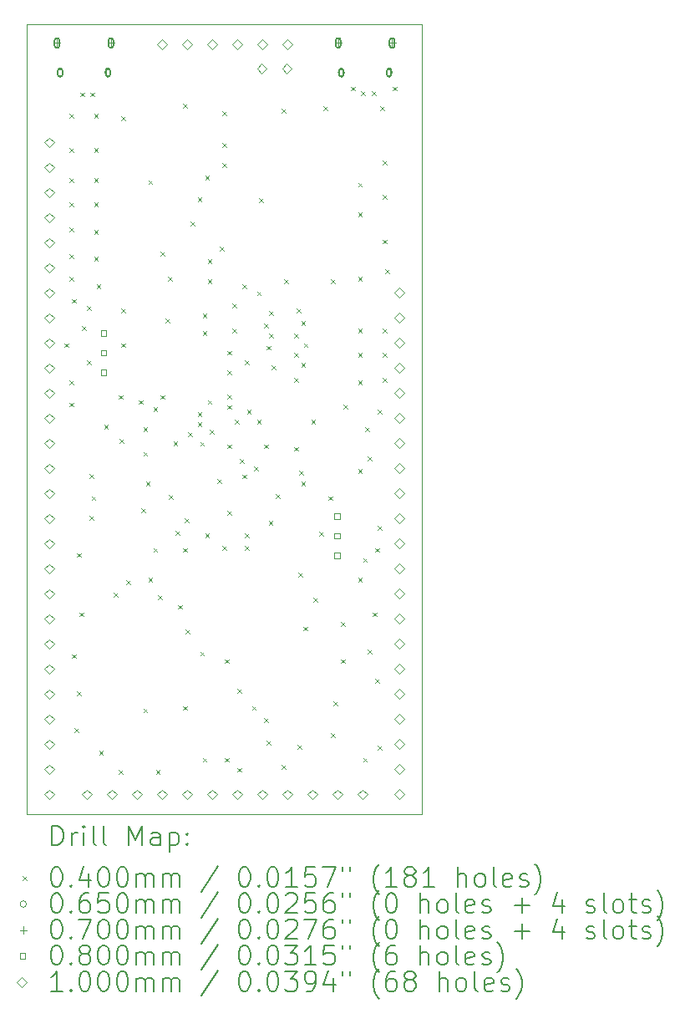
<source format=gbr>
%FSLAX45Y45*%
G04 Gerber Fmt 4.5, Leading zero omitted, Abs format (unit mm)*
G04 Created by KiCad (PCBNEW (6.0.0)) date 2022-07-08 16:33:21*
%MOMM*%
%LPD*%
G01*
G04 APERTURE LIST*
%TA.AperFunction,Profile*%
%ADD10C,0.100000*%
%TD*%
%ADD11C,0.200000*%
%ADD12C,0.040000*%
%ADD13C,0.065000*%
%ADD14C,0.070000*%
%ADD15C,0.080000*%
%ADD16C,0.100000*%
G04 APERTURE END LIST*
D10*
X13000000Y-5000000D02*
X17000000Y-5000000D01*
X17000000Y-5000000D02*
X17000000Y-13000000D01*
X17000000Y-13000000D02*
X13000000Y-13000000D01*
X13000000Y-13000000D02*
X13000000Y-5000000D01*
D11*
D12*
X13380000Y-8230000D02*
X13420000Y-8270000D01*
X13420000Y-8230000D02*
X13380000Y-8270000D01*
X13430000Y-5905000D02*
X13470000Y-5945000D01*
X13470000Y-5905000D02*
X13430000Y-5945000D01*
X13430000Y-6255000D02*
X13470000Y-6295000D01*
X13470000Y-6255000D02*
X13430000Y-6295000D01*
X13430000Y-6555000D02*
X13470000Y-6595000D01*
X13470000Y-6555000D02*
X13430000Y-6595000D01*
X13430000Y-6805000D02*
X13470000Y-6845000D01*
X13470000Y-6805000D02*
X13430000Y-6845000D01*
X13430000Y-7055000D02*
X13470000Y-7095000D01*
X13470000Y-7055000D02*
X13430000Y-7095000D01*
X13430000Y-7330000D02*
X13470000Y-7370000D01*
X13470000Y-7330000D02*
X13430000Y-7370000D01*
X13430000Y-7555000D02*
X13470000Y-7595000D01*
X13470000Y-7555000D02*
X13430000Y-7595000D01*
X13430000Y-8605000D02*
X13470000Y-8645000D01*
X13470000Y-8605000D02*
X13430000Y-8645000D01*
X13430000Y-8830000D02*
X13470000Y-8870000D01*
X13470000Y-8830000D02*
X13430000Y-8870000D01*
X13455000Y-7780000D02*
X13495000Y-7820000D01*
X13495000Y-7780000D02*
X13455000Y-7820000D01*
X13455000Y-11380000D02*
X13495000Y-11420000D01*
X13495000Y-11380000D02*
X13455000Y-11420000D01*
X13480000Y-12130000D02*
X13520000Y-12170000D01*
X13520000Y-12130000D02*
X13480000Y-12170000D01*
X13505000Y-10355000D02*
X13545000Y-10395000D01*
X13545000Y-10355000D02*
X13505000Y-10395000D01*
X13505000Y-11755000D02*
X13545000Y-11795000D01*
X13545000Y-11755000D02*
X13505000Y-11795000D01*
X13530000Y-10955000D02*
X13570000Y-10995000D01*
X13570000Y-10955000D02*
X13530000Y-10995000D01*
X13537500Y-5688987D02*
X13577500Y-5728987D01*
X13577500Y-5688987D02*
X13537500Y-5728987D01*
X13555000Y-8055000D02*
X13595000Y-8095000D01*
X13595000Y-8055000D02*
X13555000Y-8095000D01*
X13605000Y-7855000D02*
X13645000Y-7895000D01*
X13645000Y-7855000D02*
X13605000Y-7895000D01*
X13605000Y-8405000D02*
X13645000Y-8445000D01*
X13645000Y-8405000D02*
X13605000Y-8445000D01*
X13630000Y-9555000D02*
X13670000Y-9595000D01*
X13670000Y-9555000D02*
X13630000Y-9595000D01*
X13630000Y-9980000D02*
X13670000Y-10020000D01*
X13670000Y-9980000D02*
X13630000Y-10020000D01*
X13642500Y-5688987D02*
X13682500Y-5728987D01*
X13682500Y-5688987D02*
X13642500Y-5728987D01*
X13655000Y-9780000D02*
X13695000Y-9820000D01*
X13695000Y-9780000D02*
X13655000Y-9820000D01*
X13680000Y-5905000D02*
X13720000Y-5945000D01*
X13720000Y-5905000D02*
X13680000Y-5945000D01*
X13680000Y-6255000D02*
X13720000Y-6295000D01*
X13720000Y-6255000D02*
X13680000Y-6295000D01*
X13680000Y-6555000D02*
X13720000Y-6595000D01*
X13720000Y-6555000D02*
X13680000Y-6595000D01*
X13680000Y-6805000D02*
X13720000Y-6845000D01*
X13720000Y-6805000D02*
X13680000Y-6845000D01*
X13680000Y-7080000D02*
X13720000Y-7120000D01*
X13720000Y-7080000D02*
X13680000Y-7120000D01*
X13680000Y-7355000D02*
X13720000Y-7395000D01*
X13720000Y-7355000D02*
X13680000Y-7395000D01*
X13705000Y-7630000D02*
X13745000Y-7670000D01*
X13745000Y-7630000D02*
X13705000Y-7670000D01*
X13730000Y-12355000D02*
X13770000Y-12395000D01*
X13770000Y-12355000D02*
X13730000Y-12395000D01*
X13780000Y-9055000D02*
X13820000Y-9095000D01*
X13820000Y-9055000D02*
X13780000Y-9095000D01*
X13880000Y-10755000D02*
X13920000Y-10795000D01*
X13920000Y-10755000D02*
X13880000Y-10795000D01*
X13930000Y-8755000D02*
X13970000Y-8795000D01*
X13970000Y-8755000D02*
X13930000Y-8795000D01*
X13930000Y-12555000D02*
X13970000Y-12595000D01*
X13970000Y-12555000D02*
X13930000Y-12595000D01*
X13940000Y-9200000D02*
X13980000Y-9240000D01*
X13980000Y-9200000D02*
X13940000Y-9240000D01*
X13955000Y-5930000D02*
X13995000Y-5970000D01*
X13995000Y-5930000D02*
X13955000Y-5970000D01*
X13955000Y-7880000D02*
X13995000Y-7920000D01*
X13995000Y-7880000D02*
X13955000Y-7920000D01*
X13955000Y-8230000D02*
X13995000Y-8270000D01*
X13995000Y-8230000D02*
X13955000Y-8270000D01*
X14005000Y-10630000D02*
X14045000Y-10670000D01*
X14045000Y-10630000D02*
X14005000Y-10670000D01*
X14130000Y-8805000D02*
X14170000Y-8845000D01*
X14170000Y-8805000D02*
X14130000Y-8845000D01*
X14155000Y-9905000D02*
X14195000Y-9945000D01*
X14195000Y-9905000D02*
X14155000Y-9945000D01*
X14180000Y-9080000D02*
X14220000Y-9120000D01*
X14220000Y-9080000D02*
X14180000Y-9120000D01*
X14180000Y-9330000D02*
X14220000Y-9370000D01*
X14220000Y-9330000D02*
X14180000Y-9370000D01*
X14180000Y-11930000D02*
X14220000Y-11970000D01*
X14220000Y-11930000D02*
X14180000Y-11970000D01*
X14205000Y-9630000D02*
X14245000Y-9670000D01*
X14245000Y-9630000D02*
X14205000Y-9670000D01*
X14230000Y-6580000D02*
X14270000Y-6620000D01*
X14270000Y-6580000D02*
X14230000Y-6620000D01*
X14230000Y-10605000D02*
X14270000Y-10645000D01*
X14270000Y-10605000D02*
X14230000Y-10645000D01*
X14280000Y-8880000D02*
X14320000Y-8920000D01*
X14320000Y-8880000D02*
X14280000Y-8920000D01*
X14280000Y-10305000D02*
X14320000Y-10345000D01*
X14320000Y-10305000D02*
X14280000Y-10345000D01*
X14305000Y-12555000D02*
X14345000Y-12595000D01*
X14345000Y-12555000D02*
X14305000Y-12595000D01*
X14330000Y-10780000D02*
X14370000Y-10820000D01*
X14370000Y-10780000D02*
X14330000Y-10820000D01*
X14355000Y-7305000D02*
X14395000Y-7345000D01*
X14395000Y-7305000D02*
X14355000Y-7345000D01*
X14355000Y-8755000D02*
X14395000Y-8795000D01*
X14395000Y-8755000D02*
X14355000Y-8795000D01*
X14405000Y-7980000D02*
X14445000Y-8020000D01*
X14445000Y-7980000D02*
X14405000Y-8020000D01*
X14430000Y-7555000D02*
X14470000Y-7595000D01*
X14470000Y-7555000D02*
X14430000Y-7595000D01*
X14438929Y-9763929D02*
X14478929Y-9803929D01*
X14478929Y-9763929D02*
X14438929Y-9803929D01*
X14483946Y-9226660D02*
X14523946Y-9266660D01*
X14523946Y-9226660D02*
X14483946Y-9266660D01*
X14505000Y-10130000D02*
X14545000Y-10170000D01*
X14545000Y-10130000D02*
X14505000Y-10170000D01*
X14530000Y-10880000D02*
X14570000Y-10920000D01*
X14570000Y-10880000D02*
X14530000Y-10920000D01*
X14580000Y-5805000D02*
X14620000Y-5845000D01*
X14620000Y-5805000D02*
X14580000Y-5845000D01*
X14580000Y-10305000D02*
X14620000Y-10345000D01*
X14620000Y-10305000D02*
X14580000Y-10345000D01*
X14580000Y-11905000D02*
X14620000Y-11945000D01*
X14620000Y-11905000D02*
X14580000Y-11945000D01*
X14600000Y-10002550D02*
X14640000Y-10042550D01*
X14640000Y-10002550D02*
X14600000Y-10042550D01*
X14605000Y-11130000D02*
X14645000Y-11170000D01*
X14645000Y-11130000D02*
X14605000Y-11170000D01*
X14630000Y-9130000D02*
X14670000Y-9170000D01*
X14670000Y-9130000D02*
X14630000Y-9170000D01*
X14660000Y-7000000D02*
X14700000Y-7040000D01*
X14700000Y-7000000D02*
X14660000Y-7040000D01*
X14730000Y-6755000D02*
X14770000Y-6795000D01*
X14770000Y-6755000D02*
X14730000Y-6795000D01*
X14730000Y-8927500D02*
X14770000Y-8967500D01*
X14770000Y-8927500D02*
X14730000Y-8967500D01*
X14730000Y-9030000D02*
X14770000Y-9070000D01*
X14770000Y-9030000D02*
X14730000Y-9070000D01*
X14755000Y-9230000D02*
X14795000Y-9270000D01*
X14795000Y-9230000D02*
X14755000Y-9270000D01*
X14755000Y-11355000D02*
X14795000Y-11395000D01*
X14795000Y-11355000D02*
X14755000Y-11395000D01*
X14780000Y-7930000D02*
X14820000Y-7970000D01*
X14820000Y-7930000D02*
X14780000Y-7970000D01*
X14780000Y-8105000D02*
X14820000Y-8145000D01*
X14820000Y-8105000D02*
X14780000Y-8145000D01*
X14780000Y-12430000D02*
X14820000Y-12470000D01*
X14820000Y-12430000D02*
X14780000Y-12470000D01*
X14805000Y-6530000D02*
X14845000Y-6570000D01*
X14845000Y-6530000D02*
X14805000Y-6570000D01*
X14805000Y-10155000D02*
X14845000Y-10195000D01*
X14845000Y-10155000D02*
X14805000Y-10195000D01*
X14830000Y-7380000D02*
X14870000Y-7420000D01*
X14870000Y-7380000D02*
X14830000Y-7420000D01*
X14830000Y-7580000D02*
X14870000Y-7620000D01*
X14870000Y-7580000D02*
X14830000Y-7620000D01*
X14830000Y-8805000D02*
X14870000Y-8845000D01*
X14870000Y-8805000D02*
X14830000Y-8845000D01*
X14855000Y-9105000D02*
X14895000Y-9145000D01*
X14895000Y-9105000D02*
X14855000Y-9145000D01*
X14930000Y-9605000D02*
X14970000Y-9645000D01*
X14970000Y-9605000D02*
X14930000Y-9645000D01*
X14955000Y-7255000D02*
X14995000Y-7295000D01*
X14995000Y-7255000D02*
X14955000Y-7295000D01*
X14980000Y-5880000D02*
X15020000Y-5920000D01*
X15020000Y-5880000D02*
X14980000Y-5920000D01*
X14980000Y-6205000D02*
X15020000Y-6245000D01*
X15020000Y-6205000D02*
X14980000Y-6245000D01*
X14980000Y-6405000D02*
X15020000Y-6445000D01*
X15020000Y-6405000D02*
X14980000Y-6445000D01*
X14980000Y-10280000D02*
X15020000Y-10320000D01*
X15020000Y-10280000D02*
X14980000Y-10320000D01*
X15005000Y-11430000D02*
X15045000Y-11470000D01*
X15045000Y-11430000D02*
X15005000Y-11470000D01*
X15005000Y-12430000D02*
X15045000Y-12470000D01*
X15045000Y-12430000D02*
X15005000Y-12470000D01*
X15028940Y-8306547D02*
X15068940Y-8346547D01*
X15068940Y-8306547D02*
X15028940Y-8346547D01*
X15030000Y-8505000D02*
X15070000Y-8545000D01*
X15070000Y-8505000D02*
X15030000Y-8545000D01*
X15030000Y-8752500D02*
X15070000Y-8792500D01*
X15070000Y-8752500D02*
X15030000Y-8792500D01*
X15030000Y-8857500D02*
X15070000Y-8897500D01*
X15070000Y-8857500D02*
X15030000Y-8897500D01*
X15030000Y-9255000D02*
X15070000Y-9295000D01*
X15070000Y-9255000D02*
X15030000Y-9295000D01*
X15030000Y-9930000D02*
X15070000Y-9970000D01*
X15070000Y-9930000D02*
X15030000Y-9970000D01*
X15080000Y-7830000D02*
X15120000Y-7870000D01*
X15120000Y-7830000D02*
X15080000Y-7870000D01*
X15080000Y-8080000D02*
X15120000Y-8120000D01*
X15120000Y-8080000D02*
X15080000Y-8120000D01*
X15105000Y-9005000D02*
X15145000Y-9045000D01*
X15145000Y-9005000D02*
X15105000Y-9045000D01*
X15130000Y-11730000D02*
X15170000Y-11770000D01*
X15170000Y-11730000D02*
X15130000Y-11770000D01*
X15130000Y-12530000D02*
X15170000Y-12570000D01*
X15170000Y-12530000D02*
X15130000Y-12570000D01*
X15155000Y-9405000D02*
X15195000Y-9445000D01*
X15195000Y-9405000D02*
X15155000Y-9445000D01*
X15180000Y-7630000D02*
X15220000Y-7670000D01*
X15220000Y-7630000D02*
X15180000Y-7670000D01*
X15180000Y-9560000D02*
X15220000Y-9600000D01*
X15220000Y-9560000D02*
X15180000Y-9600000D01*
X15205000Y-10155000D02*
X15245000Y-10195000D01*
X15245000Y-10155000D02*
X15205000Y-10195000D01*
X15205000Y-10280000D02*
X15245000Y-10320000D01*
X15245000Y-10280000D02*
X15205000Y-10320000D01*
X15207450Y-8405000D02*
X15247450Y-8445000D01*
X15247450Y-8405000D02*
X15207450Y-8445000D01*
X15230000Y-8905000D02*
X15270000Y-8945000D01*
X15270000Y-8905000D02*
X15230000Y-8945000D01*
X15280000Y-11905000D02*
X15320000Y-11945000D01*
X15320000Y-11905000D02*
X15280000Y-11945000D01*
X15300000Y-9480000D02*
X15340000Y-9520000D01*
X15340000Y-9480000D02*
X15300000Y-9520000D01*
X15330000Y-7705000D02*
X15370000Y-7745000D01*
X15370000Y-7705000D02*
X15330000Y-7745000D01*
X15330000Y-9005000D02*
X15370000Y-9045000D01*
X15370000Y-9005000D02*
X15330000Y-9045000D01*
X15349950Y-6760000D02*
X15389950Y-6800000D01*
X15389950Y-6760000D02*
X15349950Y-6800000D01*
X15405000Y-8030000D02*
X15445000Y-8070000D01*
X15445000Y-8030000D02*
X15405000Y-8070000D01*
X15405000Y-9255000D02*
X15445000Y-9295000D01*
X15445000Y-9255000D02*
X15405000Y-9295000D01*
X15405000Y-12030000D02*
X15445000Y-12070000D01*
X15445000Y-12030000D02*
X15405000Y-12070000D01*
X15424950Y-8255000D02*
X15464950Y-8295000D01*
X15464950Y-8255000D02*
X15424950Y-8295000D01*
X15430000Y-12255000D02*
X15470000Y-12295000D01*
X15470000Y-12255000D02*
X15430000Y-12295000D01*
X15450050Y-10030000D02*
X15490050Y-10070000D01*
X15490050Y-10030000D02*
X15450050Y-10070000D01*
X15455000Y-7905000D02*
X15495000Y-7945000D01*
X15495000Y-7905000D02*
X15455000Y-7945000D01*
X15455000Y-8130000D02*
X15495000Y-8170000D01*
X15495000Y-8130000D02*
X15455000Y-8170000D01*
X15480000Y-8455000D02*
X15520000Y-8495000D01*
X15520000Y-8455000D02*
X15480000Y-8495000D01*
X15521429Y-9760000D02*
X15561429Y-9800000D01*
X15561429Y-9760000D02*
X15521429Y-9800000D01*
X15580000Y-5855000D02*
X15620000Y-5895000D01*
X15620000Y-5855000D02*
X15580000Y-5895000D01*
X15580000Y-12500000D02*
X15620000Y-12540000D01*
X15620000Y-12500000D02*
X15580000Y-12540000D01*
X15605000Y-7580000D02*
X15645000Y-7620000D01*
X15645000Y-7580000D02*
X15605000Y-7620000D01*
X15705000Y-8130000D02*
X15745000Y-8170000D01*
X15745000Y-8130000D02*
X15705000Y-8170000D01*
X15705000Y-8330000D02*
X15745000Y-8370000D01*
X15745000Y-8330000D02*
X15705000Y-8370000D01*
X15705000Y-8580000D02*
X15745000Y-8620000D01*
X15745000Y-8580000D02*
X15705000Y-8620000D01*
X15705000Y-9280000D02*
X15745000Y-9320000D01*
X15745000Y-9280000D02*
X15705000Y-9320000D01*
X15730000Y-7880000D02*
X15770000Y-7920000D01*
X15770000Y-7880000D02*
X15730000Y-7920000D01*
X15740000Y-12300000D02*
X15780000Y-12340000D01*
X15780000Y-12300000D02*
X15740000Y-12340000D01*
X15750050Y-10555000D02*
X15790050Y-10595000D01*
X15790050Y-10555000D02*
X15750050Y-10595000D01*
X15760000Y-9520000D02*
X15800000Y-9560000D01*
X15800000Y-9520000D02*
X15760000Y-9560000D01*
X15780000Y-8005000D02*
X15820000Y-8045000D01*
X15820000Y-8005000D02*
X15780000Y-8045000D01*
X15780000Y-8430000D02*
X15820000Y-8470000D01*
X15820000Y-8430000D02*
X15780000Y-8470000D01*
X15780000Y-9630066D02*
X15820000Y-9670066D01*
X15820000Y-9630066D02*
X15780000Y-9670066D01*
X15800000Y-11100000D02*
X15840000Y-11140000D01*
X15840000Y-11100000D02*
X15800000Y-11140000D01*
X15805000Y-8230000D02*
X15845000Y-8270000D01*
X15845000Y-8230000D02*
X15805000Y-8270000D01*
X15880000Y-9005000D02*
X15920000Y-9045000D01*
X15920000Y-9005000D02*
X15880000Y-9045000D01*
X15900000Y-10805000D02*
X15940000Y-10845000D01*
X15940000Y-10805000D02*
X15900000Y-10845000D01*
X15960000Y-10140000D02*
X16000000Y-10180000D01*
X16000000Y-10140000D02*
X15960000Y-10180000D01*
X16005000Y-5830000D02*
X16045000Y-5870000D01*
X16045000Y-5830000D02*
X16005000Y-5870000D01*
X16055000Y-9780000D02*
X16095000Y-9820000D01*
X16095000Y-9780000D02*
X16055000Y-9820000D01*
X16080000Y-7580000D02*
X16120000Y-7620000D01*
X16120000Y-7580000D02*
X16080000Y-7620000D01*
X16080000Y-12180000D02*
X16120000Y-12220000D01*
X16120000Y-12180000D02*
X16080000Y-12220000D01*
X16105000Y-11855000D02*
X16145000Y-11895000D01*
X16145000Y-11855000D02*
X16105000Y-11895000D01*
X16180000Y-11055000D02*
X16220000Y-11095000D01*
X16220000Y-11055000D02*
X16180000Y-11095000D01*
X16180000Y-11430000D02*
X16220000Y-11470000D01*
X16220000Y-11430000D02*
X16180000Y-11470000D01*
X16205000Y-8855000D02*
X16245000Y-8895000D01*
X16245000Y-8855000D02*
X16205000Y-8895000D01*
X16280000Y-5630000D02*
X16320000Y-5670000D01*
X16320000Y-5630000D02*
X16280000Y-5670000D01*
X16355000Y-6605000D02*
X16395000Y-6645000D01*
X16395000Y-6605000D02*
X16355000Y-6645000D01*
X16355000Y-6905000D02*
X16395000Y-6945000D01*
X16395000Y-6905000D02*
X16355000Y-6945000D01*
X16355000Y-7555000D02*
X16395000Y-7595000D01*
X16395000Y-7555000D02*
X16355000Y-7595000D01*
X16355000Y-8080000D02*
X16395000Y-8120000D01*
X16395000Y-8080000D02*
X16355000Y-8120000D01*
X16355000Y-8330000D02*
X16395000Y-8370000D01*
X16395000Y-8330000D02*
X16355000Y-8370000D01*
X16355000Y-8605000D02*
X16395000Y-8645000D01*
X16395000Y-8605000D02*
X16355000Y-8645000D01*
X16355000Y-9505000D02*
X16395000Y-9545000D01*
X16395000Y-9505000D02*
X16355000Y-9545000D01*
X16355000Y-10605000D02*
X16395000Y-10645000D01*
X16395000Y-10605000D02*
X16355000Y-10645000D01*
X16387500Y-5680000D02*
X16427500Y-5720000D01*
X16427500Y-5680000D02*
X16387500Y-5720000D01*
X16405000Y-12430000D02*
X16445000Y-12470000D01*
X16445000Y-12430000D02*
X16405000Y-12470000D01*
X16406519Y-10405443D02*
X16446519Y-10445443D01*
X16446519Y-10405443D02*
X16406519Y-10445443D01*
X16430000Y-9080000D02*
X16470000Y-9120000D01*
X16470000Y-9080000D02*
X16430000Y-9120000D01*
X16455000Y-9380000D02*
X16495000Y-9420000D01*
X16495000Y-9380000D02*
X16455000Y-9420000D01*
X16455000Y-11330000D02*
X16495000Y-11370000D01*
X16495000Y-11330000D02*
X16455000Y-11370000D01*
X16492500Y-5680000D02*
X16532500Y-5720000D01*
X16532500Y-5680000D02*
X16492500Y-5720000D01*
X16505000Y-10955000D02*
X16545000Y-10995000D01*
X16545000Y-10955000D02*
X16505000Y-10995000D01*
X16530000Y-10305000D02*
X16570000Y-10345000D01*
X16570000Y-10305000D02*
X16530000Y-10345000D01*
X16530000Y-11630000D02*
X16570000Y-11670000D01*
X16570000Y-11630000D02*
X16530000Y-11670000D01*
X16555000Y-8905000D02*
X16595000Y-8945000D01*
X16595000Y-8905000D02*
X16555000Y-8945000D01*
X16555000Y-10080000D02*
X16595000Y-10120000D01*
X16595000Y-10080000D02*
X16555000Y-10120000D01*
X16555000Y-12305000D02*
X16595000Y-12345000D01*
X16595000Y-12305000D02*
X16555000Y-12345000D01*
X16580000Y-5830000D02*
X16620000Y-5870000D01*
X16620000Y-5830000D02*
X16580000Y-5870000D01*
X16605000Y-6380000D02*
X16645000Y-6420000D01*
X16645000Y-6380000D02*
X16605000Y-6420000D01*
X16605000Y-6730000D02*
X16645000Y-6770000D01*
X16645000Y-6730000D02*
X16605000Y-6770000D01*
X16605000Y-7180000D02*
X16645000Y-7220000D01*
X16645000Y-7180000D02*
X16605000Y-7220000D01*
X16605000Y-8080000D02*
X16645000Y-8120000D01*
X16645000Y-8080000D02*
X16605000Y-8120000D01*
X16605000Y-8330000D02*
X16645000Y-8370000D01*
X16645000Y-8330000D02*
X16605000Y-8370000D01*
X16605000Y-8580000D02*
X16645000Y-8620000D01*
X16645000Y-8580000D02*
X16605000Y-8620000D01*
X16630000Y-7480000D02*
X16670000Y-7520000D01*
X16670000Y-7480000D02*
X16630000Y-7520000D01*
X16705000Y-5630000D02*
X16745000Y-5670000D01*
X16745000Y-5630000D02*
X16705000Y-5670000D01*
D13*
X13368000Y-5488500D02*
G75*
G03*
X13368000Y-5488500I-32500J0D01*
G01*
D11*
X13313000Y-5468500D02*
X13313000Y-5508500D01*
X13358000Y-5468500D02*
X13358000Y-5508500D01*
X13313000Y-5508500D02*
G75*
G03*
X13358000Y-5508500I22500J0D01*
G01*
X13358000Y-5468500D02*
G75*
G03*
X13313000Y-5468500I-22500J0D01*
G01*
D13*
X13852000Y-5488500D02*
G75*
G03*
X13852000Y-5488500I-32500J0D01*
G01*
D11*
X13797000Y-5468500D02*
X13797000Y-5508500D01*
X13842000Y-5468500D02*
X13842000Y-5508500D01*
X13797000Y-5508500D02*
G75*
G03*
X13842000Y-5508500I22500J0D01*
G01*
X13842000Y-5468500D02*
G75*
G03*
X13797000Y-5468500I-22500J0D01*
G01*
D13*
X16218000Y-5488500D02*
G75*
G03*
X16218000Y-5488500I-32500J0D01*
G01*
D11*
X16163000Y-5468500D02*
X16163000Y-5508500D01*
X16208000Y-5468500D02*
X16208000Y-5508500D01*
X16163000Y-5508500D02*
G75*
G03*
X16208000Y-5508500I22500J0D01*
G01*
X16208000Y-5468500D02*
G75*
G03*
X16163000Y-5468500I-22500J0D01*
G01*
D13*
X16702000Y-5488500D02*
G75*
G03*
X16702000Y-5488500I-32500J0D01*
G01*
D11*
X16647000Y-5468500D02*
X16647000Y-5508500D01*
X16692000Y-5468500D02*
X16692000Y-5508500D01*
X16647000Y-5508500D02*
G75*
G03*
X16692000Y-5508500I22500J0D01*
G01*
X16692000Y-5468500D02*
G75*
G03*
X16647000Y-5468500I-22500J0D01*
G01*
D14*
X13304500Y-5153500D02*
X13304500Y-5223500D01*
X13269500Y-5188500D02*
X13339500Y-5188500D01*
D11*
X13279500Y-5163500D02*
X13279500Y-5213500D01*
X13329500Y-5163500D02*
X13329500Y-5213500D01*
X13279500Y-5213500D02*
G75*
G03*
X13329500Y-5213500I25000J0D01*
G01*
X13329500Y-5163500D02*
G75*
G03*
X13279500Y-5163500I-25000J0D01*
G01*
D14*
X13850500Y-5153500D02*
X13850500Y-5223500D01*
X13815500Y-5188500D02*
X13885500Y-5188500D01*
D11*
X13825500Y-5163500D02*
X13825500Y-5213500D01*
X13875500Y-5163500D02*
X13875500Y-5213500D01*
X13825500Y-5213500D02*
G75*
G03*
X13875500Y-5213500I25000J0D01*
G01*
X13875500Y-5163500D02*
G75*
G03*
X13825500Y-5163500I-25000J0D01*
G01*
D14*
X16154500Y-5153500D02*
X16154500Y-5223500D01*
X16119500Y-5188500D02*
X16189500Y-5188500D01*
D11*
X16129500Y-5163500D02*
X16129500Y-5213500D01*
X16179500Y-5163500D02*
X16179500Y-5213500D01*
X16129500Y-5213500D02*
G75*
G03*
X16179500Y-5213500I25000J0D01*
G01*
X16179500Y-5163500D02*
G75*
G03*
X16129500Y-5163500I-25000J0D01*
G01*
D14*
X16700500Y-5153500D02*
X16700500Y-5223500D01*
X16665500Y-5188500D02*
X16735500Y-5188500D01*
D11*
X16675500Y-5163500D02*
X16675500Y-5213500D01*
X16725500Y-5163500D02*
X16725500Y-5213500D01*
X16675500Y-5213500D02*
G75*
G03*
X16725500Y-5213500I25000J0D01*
G01*
X16725500Y-5163500D02*
G75*
G03*
X16675500Y-5163500I-25000J0D01*
G01*
D15*
X13803284Y-8153284D02*
X13803284Y-8096715D01*
X13746715Y-8096715D01*
X13746715Y-8153284D01*
X13803284Y-8153284D01*
X13803284Y-8353284D02*
X13803284Y-8296715D01*
X13746715Y-8296715D01*
X13746715Y-8353284D01*
X13803284Y-8353284D01*
X13803284Y-8553285D02*
X13803284Y-8496716D01*
X13746715Y-8496716D01*
X13746715Y-8553285D01*
X13803284Y-8553285D01*
X16168284Y-10008285D02*
X16168284Y-9951716D01*
X16111715Y-9951716D01*
X16111715Y-10008285D01*
X16168284Y-10008285D01*
X16168284Y-10208285D02*
X16168284Y-10151716D01*
X16111715Y-10151716D01*
X16111715Y-10208285D01*
X16168284Y-10208285D01*
X16168284Y-10408285D02*
X16168284Y-10351716D01*
X16111715Y-10351716D01*
X16111715Y-10408285D01*
X16168284Y-10408285D01*
D16*
X13225000Y-6246000D02*
X13275000Y-6196000D01*
X13225000Y-6146000D01*
X13175000Y-6196000D01*
X13225000Y-6246000D01*
X13225000Y-6500000D02*
X13275000Y-6450000D01*
X13225000Y-6400000D01*
X13175000Y-6450000D01*
X13225000Y-6500000D01*
X13225000Y-6754000D02*
X13275000Y-6704000D01*
X13225000Y-6654000D01*
X13175000Y-6704000D01*
X13225000Y-6754000D01*
X13225000Y-7008000D02*
X13275000Y-6958000D01*
X13225000Y-6908000D01*
X13175000Y-6958000D01*
X13225000Y-7008000D01*
X13225000Y-7262000D02*
X13275000Y-7212000D01*
X13225000Y-7162000D01*
X13175000Y-7212000D01*
X13225000Y-7262000D01*
X13225000Y-7516000D02*
X13275000Y-7466000D01*
X13225000Y-7416000D01*
X13175000Y-7466000D01*
X13225000Y-7516000D01*
X13225000Y-7770000D02*
X13275000Y-7720000D01*
X13225000Y-7670000D01*
X13175000Y-7720000D01*
X13225000Y-7770000D01*
X13225000Y-8024000D02*
X13275000Y-7974000D01*
X13225000Y-7924000D01*
X13175000Y-7974000D01*
X13225000Y-8024000D01*
X13225000Y-8278000D02*
X13275000Y-8228000D01*
X13225000Y-8178000D01*
X13175000Y-8228000D01*
X13225000Y-8278000D01*
X13225000Y-8532000D02*
X13275000Y-8482000D01*
X13225000Y-8432000D01*
X13175000Y-8482000D01*
X13225000Y-8532000D01*
X13225000Y-8786000D02*
X13275000Y-8736000D01*
X13225000Y-8686000D01*
X13175000Y-8736000D01*
X13225000Y-8786000D01*
X13225000Y-9040000D02*
X13275000Y-8990000D01*
X13225000Y-8940000D01*
X13175000Y-8990000D01*
X13225000Y-9040000D01*
X13225000Y-9294000D02*
X13275000Y-9244000D01*
X13225000Y-9194000D01*
X13175000Y-9244000D01*
X13225000Y-9294000D01*
X13225000Y-9548000D02*
X13275000Y-9498000D01*
X13225000Y-9448000D01*
X13175000Y-9498000D01*
X13225000Y-9548000D01*
X13225000Y-9802000D02*
X13275000Y-9752000D01*
X13225000Y-9702000D01*
X13175000Y-9752000D01*
X13225000Y-9802000D01*
X13225000Y-10056000D02*
X13275000Y-10006000D01*
X13225000Y-9956000D01*
X13175000Y-10006000D01*
X13225000Y-10056000D01*
X13225000Y-10310000D02*
X13275000Y-10260000D01*
X13225000Y-10210000D01*
X13175000Y-10260000D01*
X13225000Y-10310000D01*
X13225000Y-10564000D02*
X13275000Y-10514000D01*
X13225000Y-10464000D01*
X13175000Y-10514000D01*
X13225000Y-10564000D01*
X13225000Y-10818000D02*
X13275000Y-10768000D01*
X13225000Y-10718000D01*
X13175000Y-10768000D01*
X13225000Y-10818000D01*
X13225000Y-11072000D02*
X13275000Y-11022000D01*
X13225000Y-10972000D01*
X13175000Y-11022000D01*
X13225000Y-11072000D01*
X13225000Y-11326000D02*
X13275000Y-11276000D01*
X13225000Y-11226000D01*
X13175000Y-11276000D01*
X13225000Y-11326000D01*
X13225000Y-11580000D02*
X13275000Y-11530000D01*
X13225000Y-11480000D01*
X13175000Y-11530000D01*
X13225000Y-11580000D01*
X13225000Y-11834000D02*
X13275000Y-11784000D01*
X13225000Y-11734000D01*
X13175000Y-11784000D01*
X13225000Y-11834000D01*
X13225000Y-12088000D02*
X13275000Y-12038000D01*
X13225000Y-11988000D01*
X13175000Y-12038000D01*
X13225000Y-12088000D01*
X13225000Y-12342000D02*
X13275000Y-12292000D01*
X13225000Y-12242000D01*
X13175000Y-12292000D01*
X13225000Y-12342000D01*
X13225000Y-12596000D02*
X13275000Y-12546000D01*
X13225000Y-12496000D01*
X13175000Y-12546000D01*
X13225000Y-12596000D01*
X13225000Y-12850000D02*
X13275000Y-12800000D01*
X13225000Y-12750000D01*
X13175000Y-12800000D01*
X13225000Y-12850000D01*
X13606000Y-12850000D02*
X13656000Y-12800000D01*
X13606000Y-12750000D01*
X13556000Y-12800000D01*
X13606000Y-12850000D01*
X13860000Y-12850000D02*
X13910000Y-12800000D01*
X13860000Y-12750000D01*
X13810000Y-12800000D01*
X13860000Y-12850000D01*
X14114000Y-12850000D02*
X14164000Y-12800000D01*
X14114000Y-12750000D01*
X14064000Y-12800000D01*
X14114000Y-12850000D01*
X14365000Y-5250000D02*
X14415000Y-5200000D01*
X14365000Y-5150000D01*
X14315000Y-5200000D01*
X14365000Y-5250000D01*
X14368000Y-12850000D02*
X14418000Y-12800000D01*
X14368000Y-12750000D01*
X14318000Y-12800000D01*
X14368000Y-12850000D01*
X14619000Y-5250000D02*
X14669000Y-5200000D01*
X14619000Y-5150000D01*
X14569000Y-5200000D01*
X14619000Y-5250000D01*
X14622000Y-12850000D02*
X14672000Y-12800000D01*
X14622000Y-12750000D01*
X14572000Y-12800000D01*
X14622000Y-12850000D01*
X14873000Y-5250000D02*
X14923000Y-5200000D01*
X14873000Y-5150000D01*
X14823000Y-5200000D01*
X14873000Y-5250000D01*
X14876000Y-12850000D02*
X14926000Y-12800000D01*
X14876000Y-12750000D01*
X14826000Y-12800000D01*
X14876000Y-12850000D01*
X15127000Y-5250000D02*
X15177000Y-5200000D01*
X15127000Y-5150000D01*
X15077000Y-5200000D01*
X15127000Y-5250000D01*
X15130000Y-12850000D02*
X15180000Y-12800000D01*
X15130000Y-12750000D01*
X15080000Y-12800000D01*
X15130000Y-12850000D01*
X15380000Y-5500000D02*
X15430000Y-5450000D01*
X15380000Y-5400000D01*
X15330000Y-5450000D01*
X15380000Y-5500000D01*
X15381000Y-5250000D02*
X15431000Y-5200000D01*
X15381000Y-5150000D01*
X15331000Y-5200000D01*
X15381000Y-5250000D01*
X15384000Y-12850000D02*
X15434000Y-12800000D01*
X15384000Y-12750000D01*
X15334000Y-12800000D01*
X15384000Y-12850000D01*
X15634000Y-5500000D02*
X15684000Y-5450000D01*
X15634000Y-5400000D01*
X15584000Y-5450000D01*
X15634000Y-5500000D01*
X15635000Y-5250000D02*
X15685000Y-5200000D01*
X15635000Y-5150000D01*
X15585000Y-5200000D01*
X15635000Y-5250000D01*
X15638000Y-12850000D02*
X15688000Y-12800000D01*
X15638000Y-12750000D01*
X15588000Y-12800000D01*
X15638000Y-12850000D01*
X15892000Y-12850000D02*
X15942000Y-12800000D01*
X15892000Y-12750000D01*
X15842000Y-12800000D01*
X15892000Y-12850000D01*
X16146000Y-12850000D02*
X16196000Y-12800000D01*
X16146000Y-12750000D01*
X16096000Y-12800000D01*
X16146000Y-12850000D01*
X16400000Y-12850000D02*
X16450000Y-12800000D01*
X16400000Y-12750000D01*
X16350000Y-12800000D01*
X16400000Y-12850000D01*
X16775000Y-7766000D02*
X16825000Y-7716000D01*
X16775000Y-7666000D01*
X16725000Y-7716000D01*
X16775000Y-7766000D01*
X16775000Y-8020000D02*
X16825000Y-7970000D01*
X16775000Y-7920000D01*
X16725000Y-7970000D01*
X16775000Y-8020000D01*
X16775000Y-8274000D02*
X16825000Y-8224000D01*
X16775000Y-8174000D01*
X16725000Y-8224000D01*
X16775000Y-8274000D01*
X16775000Y-8528000D02*
X16825000Y-8478000D01*
X16775000Y-8428000D01*
X16725000Y-8478000D01*
X16775000Y-8528000D01*
X16775000Y-8782000D02*
X16825000Y-8732000D01*
X16775000Y-8682000D01*
X16725000Y-8732000D01*
X16775000Y-8782000D01*
X16775000Y-9036000D02*
X16825000Y-8986000D01*
X16775000Y-8936000D01*
X16725000Y-8986000D01*
X16775000Y-9036000D01*
X16775000Y-9290000D02*
X16825000Y-9240000D01*
X16775000Y-9190000D01*
X16725000Y-9240000D01*
X16775000Y-9290000D01*
X16775000Y-9544000D02*
X16825000Y-9494000D01*
X16775000Y-9444000D01*
X16725000Y-9494000D01*
X16775000Y-9544000D01*
X16775000Y-9798000D02*
X16825000Y-9748000D01*
X16775000Y-9698000D01*
X16725000Y-9748000D01*
X16775000Y-9798000D01*
X16775000Y-10052000D02*
X16825000Y-10002000D01*
X16775000Y-9952000D01*
X16725000Y-10002000D01*
X16775000Y-10052000D01*
X16775000Y-10306000D02*
X16825000Y-10256000D01*
X16775000Y-10206000D01*
X16725000Y-10256000D01*
X16775000Y-10306000D01*
X16775000Y-10560000D02*
X16825000Y-10510000D01*
X16775000Y-10460000D01*
X16725000Y-10510000D01*
X16775000Y-10560000D01*
X16775000Y-10814000D02*
X16825000Y-10764000D01*
X16775000Y-10714000D01*
X16725000Y-10764000D01*
X16775000Y-10814000D01*
X16775000Y-11068000D02*
X16825000Y-11018000D01*
X16775000Y-10968000D01*
X16725000Y-11018000D01*
X16775000Y-11068000D01*
X16775000Y-11322000D02*
X16825000Y-11272000D01*
X16775000Y-11222000D01*
X16725000Y-11272000D01*
X16775000Y-11322000D01*
X16775000Y-11576000D02*
X16825000Y-11526000D01*
X16775000Y-11476000D01*
X16725000Y-11526000D01*
X16775000Y-11576000D01*
X16775000Y-11830000D02*
X16825000Y-11780000D01*
X16775000Y-11730000D01*
X16725000Y-11780000D01*
X16775000Y-11830000D01*
X16775000Y-12084000D02*
X16825000Y-12034000D01*
X16775000Y-11984000D01*
X16725000Y-12034000D01*
X16775000Y-12084000D01*
X16775000Y-12338000D02*
X16825000Y-12288000D01*
X16775000Y-12238000D01*
X16725000Y-12288000D01*
X16775000Y-12338000D01*
X16775000Y-12592000D02*
X16825000Y-12542000D01*
X16775000Y-12492000D01*
X16725000Y-12542000D01*
X16775000Y-12592000D01*
X16775000Y-12846000D02*
X16825000Y-12796000D01*
X16775000Y-12746000D01*
X16725000Y-12796000D01*
X16775000Y-12846000D01*
D11*
X13252619Y-13315476D02*
X13252619Y-13115476D01*
X13300238Y-13115476D01*
X13328809Y-13125000D01*
X13347857Y-13144048D01*
X13357381Y-13163095D01*
X13366905Y-13201190D01*
X13366905Y-13229762D01*
X13357381Y-13267857D01*
X13347857Y-13286905D01*
X13328809Y-13305952D01*
X13300238Y-13315476D01*
X13252619Y-13315476D01*
X13452619Y-13315476D02*
X13452619Y-13182143D01*
X13452619Y-13220238D02*
X13462143Y-13201190D01*
X13471667Y-13191667D01*
X13490714Y-13182143D01*
X13509762Y-13182143D01*
X13576428Y-13315476D02*
X13576428Y-13182143D01*
X13576428Y-13115476D02*
X13566905Y-13125000D01*
X13576428Y-13134524D01*
X13585952Y-13125000D01*
X13576428Y-13115476D01*
X13576428Y-13134524D01*
X13700238Y-13315476D02*
X13681190Y-13305952D01*
X13671667Y-13286905D01*
X13671667Y-13115476D01*
X13805000Y-13315476D02*
X13785952Y-13305952D01*
X13776428Y-13286905D01*
X13776428Y-13115476D01*
X14033571Y-13315476D02*
X14033571Y-13115476D01*
X14100238Y-13258333D01*
X14166905Y-13115476D01*
X14166905Y-13315476D01*
X14347857Y-13315476D02*
X14347857Y-13210714D01*
X14338333Y-13191667D01*
X14319286Y-13182143D01*
X14281190Y-13182143D01*
X14262143Y-13191667D01*
X14347857Y-13305952D02*
X14328809Y-13315476D01*
X14281190Y-13315476D01*
X14262143Y-13305952D01*
X14252619Y-13286905D01*
X14252619Y-13267857D01*
X14262143Y-13248809D01*
X14281190Y-13239286D01*
X14328809Y-13239286D01*
X14347857Y-13229762D01*
X14443095Y-13182143D02*
X14443095Y-13382143D01*
X14443095Y-13191667D02*
X14462143Y-13182143D01*
X14500238Y-13182143D01*
X14519286Y-13191667D01*
X14528809Y-13201190D01*
X14538333Y-13220238D01*
X14538333Y-13277381D01*
X14528809Y-13296428D01*
X14519286Y-13305952D01*
X14500238Y-13315476D01*
X14462143Y-13315476D01*
X14443095Y-13305952D01*
X14624048Y-13296428D02*
X14633571Y-13305952D01*
X14624048Y-13315476D01*
X14614524Y-13305952D01*
X14624048Y-13296428D01*
X14624048Y-13315476D01*
X14624048Y-13191667D02*
X14633571Y-13201190D01*
X14624048Y-13210714D01*
X14614524Y-13201190D01*
X14624048Y-13191667D01*
X14624048Y-13210714D01*
D12*
X12955000Y-13625000D02*
X12995000Y-13665000D01*
X12995000Y-13625000D02*
X12955000Y-13665000D01*
D11*
X13290714Y-13535476D02*
X13309762Y-13535476D01*
X13328809Y-13545000D01*
X13338333Y-13554524D01*
X13347857Y-13573571D01*
X13357381Y-13611667D01*
X13357381Y-13659286D01*
X13347857Y-13697381D01*
X13338333Y-13716428D01*
X13328809Y-13725952D01*
X13309762Y-13735476D01*
X13290714Y-13735476D01*
X13271667Y-13725952D01*
X13262143Y-13716428D01*
X13252619Y-13697381D01*
X13243095Y-13659286D01*
X13243095Y-13611667D01*
X13252619Y-13573571D01*
X13262143Y-13554524D01*
X13271667Y-13545000D01*
X13290714Y-13535476D01*
X13443095Y-13716428D02*
X13452619Y-13725952D01*
X13443095Y-13735476D01*
X13433571Y-13725952D01*
X13443095Y-13716428D01*
X13443095Y-13735476D01*
X13624048Y-13602143D02*
X13624048Y-13735476D01*
X13576428Y-13525952D02*
X13528809Y-13668809D01*
X13652619Y-13668809D01*
X13766905Y-13535476D02*
X13785952Y-13535476D01*
X13805000Y-13545000D01*
X13814524Y-13554524D01*
X13824048Y-13573571D01*
X13833571Y-13611667D01*
X13833571Y-13659286D01*
X13824048Y-13697381D01*
X13814524Y-13716428D01*
X13805000Y-13725952D01*
X13785952Y-13735476D01*
X13766905Y-13735476D01*
X13747857Y-13725952D01*
X13738333Y-13716428D01*
X13728809Y-13697381D01*
X13719286Y-13659286D01*
X13719286Y-13611667D01*
X13728809Y-13573571D01*
X13738333Y-13554524D01*
X13747857Y-13545000D01*
X13766905Y-13535476D01*
X13957381Y-13535476D02*
X13976428Y-13535476D01*
X13995476Y-13545000D01*
X14005000Y-13554524D01*
X14014524Y-13573571D01*
X14024048Y-13611667D01*
X14024048Y-13659286D01*
X14014524Y-13697381D01*
X14005000Y-13716428D01*
X13995476Y-13725952D01*
X13976428Y-13735476D01*
X13957381Y-13735476D01*
X13938333Y-13725952D01*
X13928809Y-13716428D01*
X13919286Y-13697381D01*
X13909762Y-13659286D01*
X13909762Y-13611667D01*
X13919286Y-13573571D01*
X13928809Y-13554524D01*
X13938333Y-13545000D01*
X13957381Y-13535476D01*
X14109762Y-13735476D02*
X14109762Y-13602143D01*
X14109762Y-13621190D02*
X14119286Y-13611667D01*
X14138333Y-13602143D01*
X14166905Y-13602143D01*
X14185952Y-13611667D01*
X14195476Y-13630714D01*
X14195476Y-13735476D01*
X14195476Y-13630714D02*
X14205000Y-13611667D01*
X14224048Y-13602143D01*
X14252619Y-13602143D01*
X14271667Y-13611667D01*
X14281190Y-13630714D01*
X14281190Y-13735476D01*
X14376428Y-13735476D02*
X14376428Y-13602143D01*
X14376428Y-13621190D02*
X14385952Y-13611667D01*
X14405000Y-13602143D01*
X14433571Y-13602143D01*
X14452619Y-13611667D01*
X14462143Y-13630714D01*
X14462143Y-13735476D01*
X14462143Y-13630714D02*
X14471667Y-13611667D01*
X14490714Y-13602143D01*
X14519286Y-13602143D01*
X14538333Y-13611667D01*
X14547857Y-13630714D01*
X14547857Y-13735476D01*
X14938333Y-13525952D02*
X14766905Y-13783095D01*
X15195476Y-13535476D02*
X15214524Y-13535476D01*
X15233571Y-13545000D01*
X15243095Y-13554524D01*
X15252619Y-13573571D01*
X15262143Y-13611667D01*
X15262143Y-13659286D01*
X15252619Y-13697381D01*
X15243095Y-13716428D01*
X15233571Y-13725952D01*
X15214524Y-13735476D01*
X15195476Y-13735476D01*
X15176428Y-13725952D01*
X15166905Y-13716428D01*
X15157381Y-13697381D01*
X15147857Y-13659286D01*
X15147857Y-13611667D01*
X15157381Y-13573571D01*
X15166905Y-13554524D01*
X15176428Y-13545000D01*
X15195476Y-13535476D01*
X15347857Y-13716428D02*
X15357381Y-13725952D01*
X15347857Y-13735476D01*
X15338333Y-13725952D01*
X15347857Y-13716428D01*
X15347857Y-13735476D01*
X15481190Y-13535476D02*
X15500238Y-13535476D01*
X15519286Y-13545000D01*
X15528809Y-13554524D01*
X15538333Y-13573571D01*
X15547857Y-13611667D01*
X15547857Y-13659286D01*
X15538333Y-13697381D01*
X15528809Y-13716428D01*
X15519286Y-13725952D01*
X15500238Y-13735476D01*
X15481190Y-13735476D01*
X15462143Y-13725952D01*
X15452619Y-13716428D01*
X15443095Y-13697381D01*
X15433571Y-13659286D01*
X15433571Y-13611667D01*
X15443095Y-13573571D01*
X15452619Y-13554524D01*
X15462143Y-13545000D01*
X15481190Y-13535476D01*
X15738333Y-13735476D02*
X15624048Y-13735476D01*
X15681190Y-13735476D02*
X15681190Y-13535476D01*
X15662143Y-13564048D01*
X15643095Y-13583095D01*
X15624048Y-13592619D01*
X15919286Y-13535476D02*
X15824048Y-13535476D01*
X15814524Y-13630714D01*
X15824048Y-13621190D01*
X15843095Y-13611667D01*
X15890714Y-13611667D01*
X15909762Y-13621190D01*
X15919286Y-13630714D01*
X15928809Y-13649762D01*
X15928809Y-13697381D01*
X15919286Y-13716428D01*
X15909762Y-13725952D01*
X15890714Y-13735476D01*
X15843095Y-13735476D01*
X15824048Y-13725952D01*
X15814524Y-13716428D01*
X15995476Y-13535476D02*
X16128809Y-13535476D01*
X16043095Y-13735476D01*
X16195476Y-13535476D02*
X16195476Y-13573571D01*
X16271667Y-13535476D02*
X16271667Y-13573571D01*
X16566905Y-13811667D02*
X16557381Y-13802143D01*
X16538333Y-13773571D01*
X16528809Y-13754524D01*
X16519286Y-13725952D01*
X16509762Y-13678333D01*
X16509762Y-13640238D01*
X16519286Y-13592619D01*
X16528809Y-13564048D01*
X16538333Y-13545000D01*
X16557381Y-13516428D01*
X16566905Y-13506905D01*
X16747857Y-13735476D02*
X16633571Y-13735476D01*
X16690714Y-13735476D02*
X16690714Y-13535476D01*
X16671667Y-13564048D01*
X16652619Y-13583095D01*
X16633571Y-13592619D01*
X16862143Y-13621190D02*
X16843095Y-13611667D01*
X16833571Y-13602143D01*
X16824048Y-13583095D01*
X16824048Y-13573571D01*
X16833571Y-13554524D01*
X16843095Y-13545000D01*
X16862143Y-13535476D01*
X16900238Y-13535476D01*
X16919286Y-13545000D01*
X16928810Y-13554524D01*
X16938333Y-13573571D01*
X16938333Y-13583095D01*
X16928810Y-13602143D01*
X16919286Y-13611667D01*
X16900238Y-13621190D01*
X16862143Y-13621190D01*
X16843095Y-13630714D01*
X16833571Y-13640238D01*
X16824048Y-13659286D01*
X16824048Y-13697381D01*
X16833571Y-13716428D01*
X16843095Y-13725952D01*
X16862143Y-13735476D01*
X16900238Y-13735476D01*
X16919286Y-13725952D01*
X16928810Y-13716428D01*
X16938333Y-13697381D01*
X16938333Y-13659286D01*
X16928810Y-13640238D01*
X16919286Y-13630714D01*
X16900238Y-13621190D01*
X17128810Y-13735476D02*
X17014524Y-13735476D01*
X17071667Y-13735476D02*
X17071667Y-13535476D01*
X17052619Y-13564048D01*
X17033571Y-13583095D01*
X17014524Y-13592619D01*
X17366905Y-13735476D02*
X17366905Y-13535476D01*
X17452619Y-13735476D02*
X17452619Y-13630714D01*
X17443095Y-13611667D01*
X17424048Y-13602143D01*
X17395476Y-13602143D01*
X17376429Y-13611667D01*
X17366905Y-13621190D01*
X17576429Y-13735476D02*
X17557381Y-13725952D01*
X17547857Y-13716428D01*
X17538333Y-13697381D01*
X17538333Y-13640238D01*
X17547857Y-13621190D01*
X17557381Y-13611667D01*
X17576429Y-13602143D01*
X17605000Y-13602143D01*
X17624048Y-13611667D01*
X17633571Y-13621190D01*
X17643095Y-13640238D01*
X17643095Y-13697381D01*
X17633571Y-13716428D01*
X17624048Y-13725952D01*
X17605000Y-13735476D01*
X17576429Y-13735476D01*
X17757381Y-13735476D02*
X17738333Y-13725952D01*
X17728810Y-13706905D01*
X17728810Y-13535476D01*
X17909762Y-13725952D02*
X17890714Y-13735476D01*
X17852619Y-13735476D01*
X17833571Y-13725952D01*
X17824048Y-13706905D01*
X17824048Y-13630714D01*
X17833571Y-13611667D01*
X17852619Y-13602143D01*
X17890714Y-13602143D01*
X17909762Y-13611667D01*
X17919286Y-13630714D01*
X17919286Y-13649762D01*
X17824048Y-13668809D01*
X17995476Y-13725952D02*
X18014524Y-13735476D01*
X18052619Y-13735476D01*
X18071667Y-13725952D01*
X18081190Y-13706905D01*
X18081190Y-13697381D01*
X18071667Y-13678333D01*
X18052619Y-13668809D01*
X18024048Y-13668809D01*
X18005000Y-13659286D01*
X17995476Y-13640238D01*
X17995476Y-13630714D01*
X18005000Y-13611667D01*
X18024048Y-13602143D01*
X18052619Y-13602143D01*
X18071667Y-13611667D01*
X18147857Y-13811667D02*
X18157381Y-13802143D01*
X18176429Y-13773571D01*
X18185952Y-13754524D01*
X18195476Y-13725952D01*
X18205000Y-13678333D01*
X18205000Y-13640238D01*
X18195476Y-13592619D01*
X18185952Y-13564048D01*
X18176429Y-13545000D01*
X18157381Y-13516428D01*
X18147857Y-13506905D01*
D13*
X12995000Y-13909000D02*
G75*
G03*
X12995000Y-13909000I-32500J0D01*
G01*
D11*
X13290714Y-13799476D02*
X13309762Y-13799476D01*
X13328809Y-13809000D01*
X13338333Y-13818524D01*
X13347857Y-13837571D01*
X13357381Y-13875667D01*
X13357381Y-13923286D01*
X13347857Y-13961381D01*
X13338333Y-13980428D01*
X13328809Y-13989952D01*
X13309762Y-13999476D01*
X13290714Y-13999476D01*
X13271667Y-13989952D01*
X13262143Y-13980428D01*
X13252619Y-13961381D01*
X13243095Y-13923286D01*
X13243095Y-13875667D01*
X13252619Y-13837571D01*
X13262143Y-13818524D01*
X13271667Y-13809000D01*
X13290714Y-13799476D01*
X13443095Y-13980428D02*
X13452619Y-13989952D01*
X13443095Y-13999476D01*
X13433571Y-13989952D01*
X13443095Y-13980428D01*
X13443095Y-13999476D01*
X13624048Y-13799476D02*
X13585952Y-13799476D01*
X13566905Y-13809000D01*
X13557381Y-13818524D01*
X13538333Y-13847095D01*
X13528809Y-13885190D01*
X13528809Y-13961381D01*
X13538333Y-13980428D01*
X13547857Y-13989952D01*
X13566905Y-13999476D01*
X13605000Y-13999476D01*
X13624048Y-13989952D01*
X13633571Y-13980428D01*
X13643095Y-13961381D01*
X13643095Y-13913762D01*
X13633571Y-13894714D01*
X13624048Y-13885190D01*
X13605000Y-13875667D01*
X13566905Y-13875667D01*
X13547857Y-13885190D01*
X13538333Y-13894714D01*
X13528809Y-13913762D01*
X13824048Y-13799476D02*
X13728809Y-13799476D01*
X13719286Y-13894714D01*
X13728809Y-13885190D01*
X13747857Y-13875667D01*
X13795476Y-13875667D01*
X13814524Y-13885190D01*
X13824048Y-13894714D01*
X13833571Y-13913762D01*
X13833571Y-13961381D01*
X13824048Y-13980428D01*
X13814524Y-13989952D01*
X13795476Y-13999476D01*
X13747857Y-13999476D01*
X13728809Y-13989952D01*
X13719286Y-13980428D01*
X13957381Y-13799476D02*
X13976428Y-13799476D01*
X13995476Y-13809000D01*
X14005000Y-13818524D01*
X14014524Y-13837571D01*
X14024048Y-13875667D01*
X14024048Y-13923286D01*
X14014524Y-13961381D01*
X14005000Y-13980428D01*
X13995476Y-13989952D01*
X13976428Y-13999476D01*
X13957381Y-13999476D01*
X13938333Y-13989952D01*
X13928809Y-13980428D01*
X13919286Y-13961381D01*
X13909762Y-13923286D01*
X13909762Y-13875667D01*
X13919286Y-13837571D01*
X13928809Y-13818524D01*
X13938333Y-13809000D01*
X13957381Y-13799476D01*
X14109762Y-13999476D02*
X14109762Y-13866143D01*
X14109762Y-13885190D02*
X14119286Y-13875667D01*
X14138333Y-13866143D01*
X14166905Y-13866143D01*
X14185952Y-13875667D01*
X14195476Y-13894714D01*
X14195476Y-13999476D01*
X14195476Y-13894714D02*
X14205000Y-13875667D01*
X14224048Y-13866143D01*
X14252619Y-13866143D01*
X14271667Y-13875667D01*
X14281190Y-13894714D01*
X14281190Y-13999476D01*
X14376428Y-13999476D02*
X14376428Y-13866143D01*
X14376428Y-13885190D02*
X14385952Y-13875667D01*
X14405000Y-13866143D01*
X14433571Y-13866143D01*
X14452619Y-13875667D01*
X14462143Y-13894714D01*
X14462143Y-13999476D01*
X14462143Y-13894714D02*
X14471667Y-13875667D01*
X14490714Y-13866143D01*
X14519286Y-13866143D01*
X14538333Y-13875667D01*
X14547857Y-13894714D01*
X14547857Y-13999476D01*
X14938333Y-13789952D02*
X14766905Y-14047095D01*
X15195476Y-13799476D02*
X15214524Y-13799476D01*
X15233571Y-13809000D01*
X15243095Y-13818524D01*
X15252619Y-13837571D01*
X15262143Y-13875667D01*
X15262143Y-13923286D01*
X15252619Y-13961381D01*
X15243095Y-13980428D01*
X15233571Y-13989952D01*
X15214524Y-13999476D01*
X15195476Y-13999476D01*
X15176428Y-13989952D01*
X15166905Y-13980428D01*
X15157381Y-13961381D01*
X15147857Y-13923286D01*
X15147857Y-13875667D01*
X15157381Y-13837571D01*
X15166905Y-13818524D01*
X15176428Y-13809000D01*
X15195476Y-13799476D01*
X15347857Y-13980428D02*
X15357381Y-13989952D01*
X15347857Y-13999476D01*
X15338333Y-13989952D01*
X15347857Y-13980428D01*
X15347857Y-13999476D01*
X15481190Y-13799476D02*
X15500238Y-13799476D01*
X15519286Y-13809000D01*
X15528809Y-13818524D01*
X15538333Y-13837571D01*
X15547857Y-13875667D01*
X15547857Y-13923286D01*
X15538333Y-13961381D01*
X15528809Y-13980428D01*
X15519286Y-13989952D01*
X15500238Y-13999476D01*
X15481190Y-13999476D01*
X15462143Y-13989952D01*
X15452619Y-13980428D01*
X15443095Y-13961381D01*
X15433571Y-13923286D01*
X15433571Y-13875667D01*
X15443095Y-13837571D01*
X15452619Y-13818524D01*
X15462143Y-13809000D01*
X15481190Y-13799476D01*
X15624048Y-13818524D02*
X15633571Y-13809000D01*
X15652619Y-13799476D01*
X15700238Y-13799476D01*
X15719286Y-13809000D01*
X15728809Y-13818524D01*
X15738333Y-13837571D01*
X15738333Y-13856619D01*
X15728809Y-13885190D01*
X15614524Y-13999476D01*
X15738333Y-13999476D01*
X15919286Y-13799476D02*
X15824048Y-13799476D01*
X15814524Y-13894714D01*
X15824048Y-13885190D01*
X15843095Y-13875667D01*
X15890714Y-13875667D01*
X15909762Y-13885190D01*
X15919286Y-13894714D01*
X15928809Y-13913762D01*
X15928809Y-13961381D01*
X15919286Y-13980428D01*
X15909762Y-13989952D01*
X15890714Y-13999476D01*
X15843095Y-13999476D01*
X15824048Y-13989952D01*
X15814524Y-13980428D01*
X16100238Y-13799476D02*
X16062143Y-13799476D01*
X16043095Y-13809000D01*
X16033571Y-13818524D01*
X16014524Y-13847095D01*
X16005000Y-13885190D01*
X16005000Y-13961381D01*
X16014524Y-13980428D01*
X16024048Y-13989952D01*
X16043095Y-13999476D01*
X16081190Y-13999476D01*
X16100238Y-13989952D01*
X16109762Y-13980428D01*
X16119286Y-13961381D01*
X16119286Y-13913762D01*
X16109762Y-13894714D01*
X16100238Y-13885190D01*
X16081190Y-13875667D01*
X16043095Y-13875667D01*
X16024048Y-13885190D01*
X16014524Y-13894714D01*
X16005000Y-13913762D01*
X16195476Y-13799476D02*
X16195476Y-13837571D01*
X16271667Y-13799476D02*
X16271667Y-13837571D01*
X16566905Y-14075667D02*
X16557381Y-14066143D01*
X16538333Y-14037571D01*
X16528809Y-14018524D01*
X16519286Y-13989952D01*
X16509762Y-13942333D01*
X16509762Y-13904238D01*
X16519286Y-13856619D01*
X16528809Y-13828048D01*
X16538333Y-13809000D01*
X16557381Y-13780428D01*
X16566905Y-13770905D01*
X16681190Y-13799476D02*
X16700238Y-13799476D01*
X16719286Y-13809000D01*
X16728809Y-13818524D01*
X16738333Y-13837571D01*
X16747857Y-13875667D01*
X16747857Y-13923286D01*
X16738333Y-13961381D01*
X16728809Y-13980428D01*
X16719286Y-13989952D01*
X16700238Y-13999476D01*
X16681190Y-13999476D01*
X16662143Y-13989952D01*
X16652619Y-13980428D01*
X16643095Y-13961381D01*
X16633571Y-13923286D01*
X16633571Y-13875667D01*
X16643095Y-13837571D01*
X16652619Y-13818524D01*
X16662143Y-13809000D01*
X16681190Y-13799476D01*
X16985952Y-13999476D02*
X16985952Y-13799476D01*
X17071667Y-13999476D02*
X17071667Y-13894714D01*
X17062143Y-13875667D01*
X17043095Y-13866143D01*
X17014524Y-13866143D01*
X16995476Y-13875667D01*
X16985952Y-13885190D01*
X17195476Y-13999476D02*
X17176429Y-13989952D01*
X17166905Y-13980428D01*
X17157381Y-13961381D01*
X17157381Y-13904238D01*
X17166905Y-13885190D01*
X17176429Y-13875667D01*
X17195476Y-13866143D01*
X17224048Y-13866143D01*
X17243095Y-13875667D01*
X17252619Y-13885190D01*
X17262143Y-13904238D01*
X17262143Y-13961381D01*
X17252619Y-13980428D01*
X17243095Y-13989952D01*
X17224048Y-13999476D01*
X17195476Y-13999476D01*
X17376429Y-13999476D02*
X17357381Y-13989952D01*
X17347857Y-13970905D01*
X17347857Y-13799476D01*
X17528810Y-13989952D02*
X17509762Y-13999476D01*
X17471667Y-13999476D01*
X17452619Y-13989952D01*
X17443095Y-13970905D01*
X17443095Y-13894714D01*
X17452619Y-13875667D01*
X17471667Y-13866143D01*
X17509762Y-13866143D01*
X17528810Y-13875667D01*
X17538333Y-13894714D01*
X17538333Y-13913762D01*
X17443095Y-13932809D01*
X17614524Y-13989952D02*
X17633571Y-13999476D01*
X17671667Y-13999476D01*
X17690714Y-13989952D01*
X17700238Y-13970905D01*
X17700238Y-13961381D01*
X17690714Y-13942333D01*
X17671667Y-13932809D01*
X17643095Y-13932809D01*
X17624048Y-13923286D01*
X17614524Y-13904238D01*
X17614524Y-13894714D01*
X17624048Y-13875667D01*
X17643095Y-13866143D01*
X17671667Y-13866143D01*
X17690714Y-13875667D01*
X17938333Y-13923286D02*
X18090714Y-13923286D01*
X18014524Y-13999476D02*
X18014524Y-13847095D01*
X18424048Y-13866143D02*
X18424048Y-13999476D01*
X18376429Y-13789952D02*
X18328810Y-13932809D01*
X18452619Y-13932809D01*
X18671667Y-13989952D02*
X18690714Y-13999476D01*
X18728810Y-13999476D01*
X18747857Y-13989952D01*
X18757381Y-13970905D01*
X18757381Y-13961381D01*
X18747857Y-13942333D01*
X18728810Y-13932809D01*
X18700238Y-13932809D01*
X18681190Y-13923286D01*
X18671667Y-13904238D01*
X18671667Y-13894714D01*
X18681190Y-13875667D01*
X18700238Y-13866143D01*
X18728810Y-13866143D01*
X18747857Y-13875667D01*
X18871667Y-13999476D02*
X18852619Y-13989952D01*
X18843095Y-13970905D01*
X18843095Y-13799476D01*
X18976429Y-13999476D02*
X18957381Y-13989952D01*
X18947857Y-13980428D01*
X18938333Y-13961381D01*
X18938333Y-13904238D01*
X18947857Y-13885190D01*
X18957381Y-13875667D01*
X18976429Y-13866143D01*
X19005000Y-13866143D01*
X19024048Y-13875667D01*
X19033571Y-13885190D01*
X19043095Y-13904238D01*
X19043095Y-13961381D01*
X19033571Y-13980428D01*
X19024048Y-13989952D01*
X19005000Y-13999476D01*
X18976429Y-13999476D01*
X19100238Y-13866143D02*
X19176429Y-13866143D01*
X19128810Y-13799476D02*
X19128810Y-13970905D01*
X19138333Y-13989952D01*
X19157381Y-13999476D01*
X19176429Y-13999476D01*
X19233571Y-13989952D02*
X19252619Y-13999476D01*
X19290714Y-13999476D01*
X19309762Y-13989952D01*
X19319286Y-13970905D01*
X19319286Y-13961381D01*
X19309762Y-13942333D01*
X19290714Y-13932809D01*
X19262143Y-13932809D01*
X19243095Y-13923286D01*
X19233571Y-13904238D01*
X19233571Y-13894714D01*
X19243095Y-13875667D01*
X19262143Y-13866143D01*
X19290714Y-13866143D01*
X19309762Y-13875667D01*
X19385952Y-14075667D02*
X19395476Y-14066143D01*
X19414524Y-14037571D01*
X19424048Y-14018524D01*
X19433571Y-13989952D01*
X19443095Y-13942333D01*
X19443095Y-13904238D01*
X19433571Y-13856619D01*
X19424048Y-13828048D01*
X19414524Y-13809000D01*
X19395476Y-13780428D01*
X19385952Y-13770905D01*
D14*
X12960000Y-14138000D02*
X12960000Y-14208000D01*
X12925000Y-14173000D02*
X12995000Y-14173000D01*
D11*
X13290714Y-14063476D02*
X13309762Y-14063476D01*
X13328809Y-14073000D01*
X13338333Y-14082524D01*
X13347857Y-14101571D01*
X13357381Y-14139667D01*
X13357381Y-14187286D01*
X13347857Y-14225381D01*
X13338333Y-14244428D01*
X13328809Y-14253952D01*
X13309762Y-14263476D01*
X13290714Y-14263476D01*
X13271667Y-14253952D01*
X13262143Y-14244428D01*
X13252619Y-14225381D01*
X13243095Y-14187286D01*
X13243095Y-14139667D01*
X13252619Y-14101571D01*
X13262143Y-14082524D01*
X13271667Y-14073000D01*
X13290714Y-14063476D01*
X13443095Y-14244428D02*
X13452619Y-14253952D01*
X13443095Y-14263476D01*
X13433571Y-14253952D01*
X13443095Y-14244428D01*
X13443095Y-14263476D01*
X13519286Y-14063476D02*
X13652619Y-14063476D01*
X13566905Y-14263476D01*
X13766905Y-14063476D02*
X13785952Y-14063476D01*
X13805000Y-14073000D01*
X13814524Y-14082524D01*
X13824048Y-14101571D01*
X13833571Y-14139667D01*
X13833571Y-14187286D01*
X13824048Y-14225381D01*
X13814524Y-14244428D01*
X13805000Y-14253952D01*
X13785952Y-14263476D01*
X13766905Y-14263476D01*
X13747857Y-14253952D01*
X13738333Y-14244428D01*
X13728809Y-14225381D01*
X13719286Y-14187286D01*
X13719286Y-14139667D01*
X13728809Y-14101571D01*
X13738333Y-14082524D01*
X13747857Y-14073000D01*
X13766905Y-14063476D01*
X13957381Y-14063476D02*
X13976428Y-14063476D01*
X13995476Y-14073000D01*
X14005000Y-14082524D01*
X14014524Y-14101571D01*
X14024048Y-14139667D01*
X14024048Y-14187286D01*
X14014524Y-14225381D01*
X14005000Y-14244428D01*
X13995476Y-14253952D01*
X13976428Y-14263476D01*
X13957381Y-14263476D01*
X13938333Y-14253952D01*
X13928809Y-14244428D01*
X13919286Y-14225381D01*
X13909762Y-14187286D01*
X13909762Y-14139667D01*
X13919286Y-14101571D01*
X13928809Y-14082524D01*
X13938333Y-14073000D01*
X13957381Y-14063476D01*
X14109762Y-14263476D02*
X14109762Y-14130143D01*
X14109762Y-14149190D02*
X14119286Y-14139667D01*
X14138333Y-14130143D01*
X14166905Y-14130143D01*
X14185952Y-14139667D01*
X14195476Y-14158714D01*
X14195476Y-14263476D01*
X14195476Y-14158714D02*
X14205000Y-14139667D01*
X14224048Y-14130143D01*
X14252619Y-14130143D01*
X14271667Y-14139667D01*
X14281190Y-14158714D01*
X14281190Y-14263476D01*
X14376428Y-14263476D02*
X14376428Y-14130143D01*
X14376428Y-14149190D02*
X14385952Y-14139667D01*
X14405000Y-14130143D01*
X14433571Y-14130143D01*
X14452619Y-14139667D01*
X14462143Y-14158714D01*
X14462143Y-14263476D01*
X14462143Y-14158714D02*
X14471667Y-14139667D01*
X14490714Y-14130143D01*
X14519286Y-14130143D01*
X14538333Y-14139667D01*
X14547857Y-14158714D01*
X14547857Y-14263476D01*
X14938333Y-14053952D02*
X14766905Y-14311095D01*
X15195476Y-14063476D02*
X15214524Y-14063476D01*
X15233571Y-14073000D01*
X15243095Y-14082524D01*
X15252619Y-14101571D01*
X15262143Y-14139667D01*
X15262143Y-14187286D01*
X15252619Y-14225381D01*
X15243095Y-14244428D01*
X15233571Y-14253952D01*
X15214524Y-14263476D01*
X15195476Y-14263476D01*
X15176428Y-14253952D01*
X15166905Y-14244428D01*
X15157381Y-14225381D01*
X15147857Y-14187286D01*
X15147857Y-14139667D01*
X15157381Y-14101571D01*
X15166905Y-14082524D01*
X15176428Y-14073000D01*
X15195476Y-14063476D01*
X15347857Y-14244428D02*
X15357381Y-14253952D01*
X15347857Y-14263476D01*
X15338333Y-14253952D01*
X15347857Y-14244428D01*
X15347857Y-14263476D01*
X15481190Y-14063476D02*
X15500238Y-14063476D01*
X15519286Y-14073000D01*
X15528809Y-14082524D01*
X15538333Y-14101571D01*
X15547857Y-14139667D01*
X15547857Y-14187286D01*
X15538333Y-14225381D01*
X15528809Y-14244428D01*
X15519286Y-14253952D01*
X15500238Y-14263476D01*
X15481190Y-14263476D01*
X15462143Y-14253952D01*
X15452619Y-14244428D01*
X15443095Y-14225381D01*
X15433571Y-14187286D01*
X15433571Y-14139667D01*
X15443095Y-14101571D01*
X15452619Y-14082524D01*
X15462143Y-14073000D01*
X15481190Y-14063476D01*
X15624048Y-14082524D02*
X15633571Y-14073000D01*
X15652619Y-14063476D01*
X15700238Y-14063476D01*
X15719286Y-14073000D01*
X15728809Y-14082524D01*
X15738333Y-14101571D01*
X15738333Y-14120619D01*
X15728809Y-14149190D01*
X15614524Y-14263476D01*
X15738333Y-14263476D01*
X15805000Y-14063476D02*
X15938333Y-14063476D01*
X15852619Y-14263476D01*
X16100238Y-14063476D02*
X16062143Y-14063476D01*
X16043095Y-14073000D01*
X16033571Y-14082524D01*
X16014524Y-14111095D01*
X16005000Y-14149190D01*
X16005000Y-14225381D01*
X16014524Y-14244428D01*
X16024048Y-14253952D01*
X16043095Y-14263476D01*
X16081190Y-14263476D01*
X16100238Y-14253952D01*
X16109762Y-14244428D01*
X16119286Y-14225381D01*
X16119286Y-14177762D01*
X16109762Y-14158714D01*
X16100238Y-14149190D01*
X16081190Y-14139667D01*
X16043095Y-14139667D01*
X16024048Y-14149190D01*
X16014524Y-14158714D01*
X16005000Y-14177762D01*
X16195476Y-14063476D02*
X16195476Y-14101571D01*
X16271667Y-14063476D02*
X16271667Y-14101571D01*
X16566905Y-14339667D02*
X16557381Y-14330143D01*
X16538333Y-14301571D01*
X16528809Y-14282524D01*
X16519286Y-14253952D01*
X16509762Y-14206333D01*
X16509762Y-14168238D01*
X16519286Y-14120619D01*
X16528809Y-14092048D01*
X16538333Y-14073000D01*
X16557381Y-14044428D01*
X16566905Y-14034905D01*
X16681190Y-14063476D02*
X16700238Y-14063476D01*
X16719286Y-14073000D01*
X16728809Y-14082524D01*
X16738333Y-14101571D01*
X16747857Y-14139667D01*
X16747857Y-14187286D01*
X16738333Y-14225381D01*
X16728809Y-14244428D01*
X16719286Y-14253952D01*
X16700238Y-14263476D01*
X16681190Y-14263476D01*
X16662143Y-14253952D01*
X16652619Y-14244428D01*
X16643095Y-14225381D01*
X16633571Y-14187286D01*
X16633571Y-14139667D01*
X16643095Y-14101571D01*
X16652619Y-14082524D01*
X16662143Y-14073000D01*
X16681190Y-14063476D01*
X16985952Y-14263476D02*
X16985952Y-14063476D01*
X17071667Y-14263476D02*
X17071667Y-14158714D01*
X17062143Y-14139667D01*
X17043095Y-14130143D01*
X17014524Y-14130143D01*
X16995476Y-14139667D01*
X16985952Y-14149190D01*
X17195476Y-14263476D02*
X17176429Y-14253952D01*
X17166905Y-14244428D01*
X17157381Y-14225381D01*
X17157381Y-14168238D01*
X17166905Y-14149190D01*
X17176429Y-14139667D01*
X17195476Y-14130143D01*
X17224048Y-14130143D01*
X17243095Y-14139667D01*
X17252619Y-14149190D01*
X17262143Y-14168238D01*
X17262143Y-14225381D01*
X17252619Y-14244428D01*
X17243095Y-14253952D01*
X17224048Y-14263476D01*
X17195476Y-14263476D01*
X17376429Y-14263476D02*
X17357381Y-14253952D01*
X17347857Y-14234905D01*
X17347857Y-14063476D01*
X17528810Y-14253952D02*
X17509762Y-14263476D01*
X17471667Y-14263476D01*
X17452619Y-14253952D01*
X17443095Y-14234905D01*
X17443095Y-14158714D01*
X17452619Y-14139667D01*
X17471667Y-14130143D01*
X17509762Y-14130143D01*
X17528810Y-14139667D01*
X17538333Y-14158714D01*
X17538333Y-14177762D01*
X17443095Y-14196809D01*
X17614524Y-14253952D02*
X17633571Y-14263476D01*
X17671667Y-14263476D01*
X17690714Y-14253952D01*
X17700238Y-14234905D01*
X17700238Y-14225381D01*
X17690714Y-14206333D01*
X17671667Y-14196809D01*
X17643095Y-14196809D01*
X17624048Y-14187286D01*
X17614524Y-14168238D01*
X17614524Y-14158714D01*
X17624048Y-14139667D01*
X17643095Y-14130143D01*
X17671667Y-14130143D01*
X17690714Y-14139667D01*
X17938333Y-14187286D02*
X18090714Y-14187286D01*
X18014524Y-14263476D02*
X18014524Y-14111095D01*
X18424048Y-14130143D02*
X18424048Y-14263476D01*
X18376429Y-14053952D02*
X18328810Y-14196809D01*
X18452619Y-14196809D01*
X18671667Y-14253952D02*
X18690714Y-14263476D01*
X18728810Y-14263476D01*
X18747857Y-14253952D01*
X18757381Y-14234905D01*
X18757381Y-14225381D01*
X18747857Y-14206333D01*
X18728810Y-14196809D01*
X18700238Y-14196809D01*
X18681190Y-14187286D01*
X18671667Y-14168238D01*
X18671667Y-14158714D01*
X18681190Y-14139667D01*
X18700238Y-14130143D01*
X18728810Y-14130143D01*
X18747857Y-14139667D01*
X18871667Y-14263476D02*
X18852619Y-14253952D01*
X18843095Y-14234905D01*
X18843095Y-14063476D01*
X18976429Y-14263476D02*
X18957381Y-14253952D01*
X18947857Y-14244428D01*
X18938333Y-14225381D01*
X18938333Y-14168238D01*
X18947857Y-14149190D01*
X18957381Y-14139667D01*
X18976429Y-14130143D01*
X19005000Y-14130143D01*
X19024048Y-14139667D01*
X19033571Y-14149190D01*
X19043095Y-14168238D01*
X19043095Y-14225381D01*
X19033571Y-14244428D01*
X19024048Y-14253952D01*
X19005000Y-14263476D01*
X18976429Y-14263476D01*
X19100238Y-14130143D02*
X19176429Y-14130143D01*
X19128810Y-14063476D02*
X19128810Y-14234905D01*
X19138333Y-14253952D01*
X19157381Y-14263476D01*
X19176429Y-14263476D01*
X19233571Y-14253952D02*
X19252619Y-14263476D01*
X19290714Y-14263476D01*
X19309762Y-14253952D01*
X19319286Y-14234905D01*
X19319286Y-14225381D01*
X19309762Y-14206333D01*
X19290714Y-14196809D01*
X19262143Y-14196809D01*
X19243095Y-14187286D01*
X19233571Y-14168238D01*
X19233571Y-14158714D01*
X19243095Y-14139667D01*
X19262143Y-14130143D01*
X19290714Y-14130143D01*
X19309762Y-14139667D01*
X19385952Y-14339667D02*
X19395476Y-14330143D01*
X19414524Y-14301571D01*
X19424048Y-14282524D01*
X19433571Y-14253952D01*
X19443095Y-14206333D01*
X19443095Y-14168238D01*
X19433571Y-14120619D01*
X19424048Y-14092048D01*
X19414524Y-14073000D01*
X19395476Y-14044428D01*
X19385952Y-14034905D01*
D15*
X12983284Y-14465284D02*
X12983284Y-14408715D01*
X12926715Y-14408715D01*
X12926715Y-14465284D01*
X12983284Y-14465284D01*
D11*
X13290714Y-14327476D02*
X13309762Y-14327476D01*
X13328809Y-14337000D01*
X13338333Y-14346524D01*
X13347857Y-14365571D01*
X13357381Y-14403667D01*
X13357381Y-14451286D01*
X13347857Y-14489381D01*
X13338333Y-14508428D01*
X13328809Y-14517952D01*
X13309762Y-14527476D01*
X13290714Y-14527476D01*
X13271667Y-14517952D01*
X13262143Y-14508428D01*
X13252619Y-14489381D01*
X13243095Y-14451286D01*
X13243095Y-14403667D01*
X13252619Y-14365571D01*
X13262143Y-14346524D01*
X13271667Y-14337000D01*
X13290714Y-14327476D01*
X13443095Y-14508428D02*
X13452619Y-14517952D01*
X13443095Y-14527476D01*
X13433571Y-14517952D01*
X13443095Y-14508428D01*
X13443095Y-14527476D01*
X13566905Y-14413190D02*
X13547857Y-14403667D01*
X13538333Y-14394143D01*
X13528809Y-14375095D01*
X13528809Y-14365571D01*
X13538333Y-14346524D01*
X13547857Y-14337000D01*
X13566905Y-14327476D01*
X13605000Y-14327476D01*
X13624048Y-14337000D01*
X13633571Y-14346524D01*
X13643095Y-14365571D01*
X13643095Y-14375095D01*
X13633571Y-14394143D01*
X13624048Y-14403667D01*
X13605000Y-14413190D01*
X13566905Y-14413190D01*
X13547857Y-14422714D01*
X13538333Y-14432238D01*
X13528809Y-14451286D01*
X13528809Y-14489381D01*
X13538333Y-14508428D01*
X13547857Y-14517952D01*
X13566905Y-14527476D01*
X13605000Y-14527476D01*
X13624048Y-14517952D01*
X13633571Y-14508428D01*
X13643095Y-14489381D01*
X13643095Y-14451286D01*
X13633571Y-14432238D01*
X13624048Y-14422714D01*
X13605000Y-14413190D01*
X13766905Y-14327476D02*
X13785952Y-14327476D01*
X13805000Y-14337000D01*
X13814524Y-14346524D01*
X13824048Y-14365571D01*
X13833571Y-14403667D01*
X13833571Y-14451286D01*
X13824048Y-14489381D01*
X13814524Y-14508428D01*
X13805000Y-14517952D01*
X13785952Y-14527476D01*
X13766905Y-14527476D01*
X13747857Y-14517952D01*
X13738333Y-14508428D01*
X13728809Y-14489381D01*
X13719286Y-14451286D01*
X13719286Y-14403667D01*
X13728809Y-14365571D01*
X13738333Y-14346524D01*
X13747857Y-14337000D01*
X13766905Y-14327476D01*
X13957381Y-14327476D02*
X13976428Y-14327476D01*
X13995476Y-14337000D01*
X14005000Y-14346524D01*
X14014524Y-14365571D01*
X14024048Y-14403667D01*
X14024048Y-14451286D01*
X14014524Y-14489381D01*
X14005000Y-14508428D01*
X13995476Y-14517952D01*
X13976428Y-14527476D01*
X13957381Y-14527476D01*
X13938333Y-14517952D01*
X13928809Y-14508428D01*
X13919286Y-14489381D01*
X13909762Y-14451286D01*
X13909762Y-14403667D01*
X13919286Y-14365571D01*
X13928809Y-14346524D01*
X13938333Y-14337000D01*
X13957381Y-14327476D01*
X14109762Y-14527476D02*
X14109762Y-14394143D01*
X14109762Y-14413190D02*
X14119286Y-14403667D01*
X14138333Y-14394143D01*
X14166905Y-14394143D01*
X14185952Y-14403667D01*
X14195476Y-14422714D01*
X14195476Y-14527476D01*
X14195476Y-14422714D02*
X14205000Y-14403667D01*
X14224048Y-14394143D01*
X14252619Y-14394143D01*
X14271667Y-14403667D01*
X14281190Y-14422714D01*
X14281190Y-14527476D01*
X14376428Y-14527476D02*
X14376428Y-14394143D01*
X14376428Y-14413190D02*
X14385952Y-14403667D01*
X14405000Y-14394143D01*
X14433571Y-14394143D01*
X14452619Y-14403667D01*
X14462143Y-14422714D01*
X14462143Y-14527476D01*
X14462143Y-14422714D02*
X14471667Y-14403667D01*
X14490714Y-14394143D01*
X14519286Y-14394143D01*
X14538333Y-14403667D01*
X14547857Y-14422714D01*
X14547857Y-14527476D01*
X14938333Y-14317952D02*
X14766905Y-14575095D01*
X15195476Y-14327476D02*
X15214524Y-14327476D01*
X15233571Y-14337000D01*
X15243095Y-14346524D01*
X15252619Y-14365571D01*
X15262143Y-14403667D01*
X15262143Y-14451286D01*
X15252619Y-14489381D01*
X15243095Y-14508428D01*
X15233571Y-14517952D01*
X15214524Y-14527476D01*
X15195476Y-14527476D01*
X15176428Y-14517952D01*
X15166905Y-14508428D01*
X15157381Y-14489381D01*
X15147857Y-14451286D01*
X15147857Y-14403667D01*
X15157381Y-14365571D01*
X15166905Y-14346524D01*
X15176428Y-14337000D01*
X15195476Y-14327476D01*
X15347857Y-14508428D02*
X15357381Y-14517952D01*
X15347857Y-14527476D01*
X15338333Y-14517952D01*
X15347857Y-14508428D01*
X15347857Y-14527476D01*
X15481190Y-14327476D02*
X15500238Y-14327476D01*
X15519286Y-14337000D01*
X15528809Y-14346524D01*
X15538333Y-14365571D01*
X15547857Y-14403667D01*
X15547857Y-14451286D01*
X15538333Y-14489381D01*
X15528809Y-14508428D01*
X15519286Y-14517952D01*
X15500238Y-14527476D01*
X15481190Y-14527476D01*
X15462143Y-14517952D01*
X15452619Y-14508428D01*
X15443095Y-14489381D01*
X15433571Y-14451286D01*
X15433571Y-14403667D01*
X15443095Y-14365571D01*
X15452619Y-14346524D01*
X15462143Y-14337000D01*
X15481190Y-14327476D01*
X15614524Y-14327476D02*
X15738333Y-14327476D01*
X15671667Y-14403667D01*
X15700238Y-14403667D01*
X15719286Y-14413190D01*
X15728809Y-14422714D01*
X15738333Y-14441762D01*
X15738333Y-14489381D01*
X15728809Y-14508428D01*
X15719286Y-14517952D01*
X15700238Y-14527476D01*
X15643095Y-14527476D01*
X15624048Y-14517952D01*
X15614524Y-14508428D01*
X15928809Y-14527476D02*
X15814524Y-14527476D01*
X15871667Y-14527476D02*
X15871667Y-14327476D01*
X15852619Y-14356048D01*
X15833571Y-14375095D01*
X15814524Y-14384619D01*
X16109762Y-14327476D02*
X16014524Y-14327476D01*
X16005000Y-14422714D01*
X16014524Y-14413190D01*
X16033571Y-14403667D01*
X16081190Y-14403667D01*
X16100238Y-14413190D01*
X16109762Y-14422714D01*
X16119286Y-14441762D01*
X16119286Y-14489381D01*
X16109762Y-14508428D01*
X16100238Y-14517952D01*
X16081190Y-14527476D01*
X16033571Y-14527476D01*
X16014524Y-14517952D01*
X16005000Y-14508428D01*
X16195476Y-14327476D02*
X16195476Y-14365571D01*
X16271667Y-14327476D02*
X16271667Y-14365571D01*
X16566905Y-14603667D02*
X16557381Y-14594143D01*
X16538333Y-14565571D01*
X16528809Y-14546524D01*
X16519286Y-14517952D01*
X16509762Y-14470333D01*
X16509762Y-14432238D01*
X16519286Y-14384619D01*
X16528809Y-14356048D01*
X16538333Y-14337000D01*
X16557381Y-14308428D01*
X16566905Y-14298905D01*
X16728809Y-14327476D02*
X16690714Y-14327476D01*
X16671667Y-14337000D01*
X16662143Y-14346524D01*
X16643095Y-14375095D01*
X16633571Y-14413190D01*
X16633571Y-14489381D01*
X16643095Y-14508428D01*
X16652619Y-14517952D01*
X16671667Y-14527476D01*
X16709762Y-14527476D01*
X16728809Y-14517952D01*
X16738333Y-14508428D01*
X16747857Y-14489381D01*
X16747857Y-14441762D01*
X16738333Y-14422714D01*
X16728809Y-14413190D01*
X16709762Y-14403667D01*
X16671667Y-14403667D01*
X16652619Y-14413190D01*
X16643095Y-14422714D01*
X16633571Y-14441762D01*
X16985952Y-14527476D02*
X16985952Y-14327476D01*
X17071667Y-14527476D02*
X17071667Y-14422714D01*
X17062143Y-14403667D01*
X17043095Y-14394143D01*
X17014524Y-14394143D01*
X16995476Y-14403667D01*
X16985952Y-14413190D01*
X17195476Y-14527476D02*
X17176429Y-14517952D01*
X17166905Y-14508428D01*
X17157381Y-14489381D01*
X17157381Y-14432238D01*
X17166905Y-14413190D01*
X17176429Y-14403667D01*
X17195476Y-14394143D01*
X17224048Y-14394143D01*
X17243095Y-14403667D01*
X17252619Y-14413190D01*
X17262143Y-14432238D01*
X17262143Y-14489381D01*
X17252619Y-14508428D01*
X17243095Y-14517952D01*
X17224048Y-14527476D01*
X17195476Y-14527476D01*
X17376429Y-14527476D02*
X17357381Y-14517952D01*
X17347857Y-14498905D01*
X17347857Y-14327476D01*
X17528810Y-14517952D02*
X17509762Y-14527476D01*
X17471667Y-14527476D01*
X17452619Y-14517952D01*
X17443095Y-14498905D01*
X17443095Y-14422714D01*
X17452619Y-14403667D01*
X17471667Y-14394143D01*
X17509762Y-14394143D01*
X17528810Y-14403667D01*
X17538333Y-14422714D01*
X17538333Y-14441762D01*
X17443095Y-14460809D01*
X17614524Y-14517952D02*
X17633571Y-14527476D01*
X17671667Y-14527476D01*
X17690714Y-14517952D01*
X17700238Y-14498905D01*
X17700238Y-14489381D01*
X17690714Y-14470333D01*
X17671667Y-14460809D01*
X17643095Y-14460809D01*
X17624048Y-14451286D01*
X17614524Y-14432238D01*
X17614524Y-14422714D01*
X17624048Y-14403667D01*
X17643095Y-14394143D01*
X17671667Y-14394143D01*
X17690714Y-14403667D01*
X17766905Y-14603667D02*
X17776429Y-14594143D01*
X17795476Y-14565571D01*
X17805000Y-14546524D01*
X17814524Y-14517952D01*
X17824048Y-14470333D01*
X17824048Y-14432238D01*
X17814524Y-14384619D01*
X17805000Y-14356048D01*
X17795476Y-14337000D01*
X17776429Y-14308428D01*
X17766905Y-14298905D01*
D16*
X12945000Y-14751000D02*
X12995000Y-14701000D01*
X12945000Y-14651000D01*
X12895000Y-14701000D01*
X12945000Y-14751000D01*
D11*
X13357381Y-14791476D02*
X13243095Y-14791476D01*
X13300238Y-14791476D02*
X13300238Y-14591476D01*
X13281190Y-14620048D01*
X13262143Y-14639095D01*
X13243095Y-14648619D01*
X13443095Y-14772428D02*
X13452619Y-14781952D01*
X13443095Y-14791476D01*
X13433571Y-14781952D01*
X13443095Y-14772428D01*
X13443095Y-14791476D01*
X13576428Y-14591476D02*
X13595476Y-14591476D01*
X13614524Y-14601000D01*
X13624048Y-14610524D01*
X13633571Y-14629571D01*
X13643095Y-14667667D01*
X13643095Y-14715286D01*
X13633571Y-14753381D01*
X13624048Y-14772428D01*
X13614524Y-14781952D01*
X13595476Y-14791476D01*
X13576428Y-14791476D01*
X13557381Y-14781952D01*
X13547857Y-14772428D01*
X13538333Y-14753381D01*
X13528809Y-14715286D01*
X13528809Y-14667667D01*
X13538333Y-14629571D01*
X13547857Y-14610524D01*
X13557381Y-14601000D01*
X13576428Y-14591476D01*
X13766905Y-14591476D02*
X13785952Y-14591476D01*
X13805000Y-14601000D01*
X13814524Y-14610524D01*
X13824048Y-14629571D01*
X13833571Y-14667667D01*
X13833571Y-14715286D01*
X13824048Y-14753381D01*
X13814524Y-14772428D01*
X13805000Y-14781952D01*
X13785952Y-14791476D01*
X13766905Y-14791476D01*
X13747857Y-14781952D01*
X13738333Y-14772428D01*
X13728809Y-14753381D01*
X13719286Y-14715286D01*
X13719286Y-14667667D01*
X13728809Y-14629571D01*
X13738333Y-14610524D01*
X13747857Y-14601000D01*
X13766905Y-14591476D01*
X13957381Y-14591476D02*
X13976428Y-14591476D01*
X13995476Y-14601000D01*
X14005000Y-14610524D01*
X14014524Y-14629571D01*
X14024048Y-14667667D01*
X14024048Y-14715286D01*
X14014524Y-14753381D01*
X14005000Y-14772428D01*
X13995476Y-14781952D01*
X13976428Y-14791476D01*
X13957381Y-14791476D01*
X13938333Y-14781952D01*
X13928809Y-14772428D01*
X13919286Y-14753381D01*
X13909762Y-14715286D01*
X13909762Y-14667667D01*
X13919286Y-14629571D01*
X13928809Y-14610524D01*
X13938333Y-14601000D01*
X13957381Y-14591476D01*
X14109762Y-14791476D02*
X14109762Y-14658143D01*
X14109762Y-14677190D02*
X14119286Y-14667667D01*
X14138333Y-14658143D01*
X14166905Y-14658143D01*
X14185952Y-14667667D01*
X14195476Y-14686714D01*
X14195476Y-14791476D01*
X14195476Y-14686714D02*
X14205000Y-14667667D01*
X14224048Y-14658143D01*
X14252619Y-14658143D01*
X14271667Y-14667667D01*
X14281190Y-14686714D01*
X14281190Y-14791476D01*
X14376428Y-14791476D02*
X14376428Y-14658143D01*
X14376428Y-14677190D02*
X14385952Y-14667667D01*
X14405000Y-14658143D01*
X14433571Y-14658143D01*
X14452619Y-14667667D01*
X14462143Y-14686714D01*
X14462143Y-14791476D01*
X14462143Y-14686714D02*
X14471667Y-14667667D01*
X14490714Y-14658143D01*
X14519286Y-14658143D01*
X14538333Y-14667667D01*
X14547857Y-14686714D01*
X14547857Y-14791476D01*
X14938333Y-14581952D02*
X14766905Y-14839095D01*
X15195476Y-14591476D02*
X15214524Y-14591476D01*
X15233571Y-14601000D01*
X15243095Y-14610524D01*
X15252619Y-14629571D01*
X15262143Y-14667667D01*
X15262143Y-14715286D01*
X15252619Y-14753381D01*
X15243095Y-14772428D01*
X15233571Y-14781952D01*
X15214524Y-14791476D01*
X15195476Y-14791476D01*
X15176428Y-14781952D01*
X15166905Y-14772428D01*
X15157381Y-14753381D01*
X15147857Y-14715286D01*
X15147857Y-14667667D01*
X15157381Y-14629571D01*
X15166905Y-14610524D01*
X15176428Y-14601000D01*
X15195476Y-14591476D01*
X15347857Y-14772428D02*
X15357381Y-14781952D01*
X15347857Y-14791476D01*
X15338333Y-14781952D01*
X15347857Y-14772428D01*
X15347857Y-14791476D01*
X15481190Y-14591476D02*
X15500238Y-14591476D01*
X15519286Y-14601000D01*
X15528809Y-14610524D01*
X15538333Y-14629571D01*
X15547857Y-14667667D01*
X15547857Y-14715286D01*
X15538333Y-14753381D01*
X15528809Y-14772428D01*
X15519286Y-14781952D01*
X15500238Y-14791476D01*
X15481190Y-14791476D01*
X15462143Y-14781952D01*
X15452619Y-14772428D01*
X15443095Y-14753381D01*
X15433571Y-14715286D01*
X15433571Y-14667667D01*
X15443095Y-14629571D01*
X15452619Y-14610524D01*
X15462143Y-14601000D01*
X15481190Y-14591476D01*
X15614524Y-14591476D02*
X15738333Y-14591476D01*
X15671667Y-14667667D01*
X15700238Y-14667667D01*
X15719286Y-14677190D01*
X15728809Y-14686714D01*
X15738333Y-14705762D01*
X15738333Y-14753381D01*
X15728809Y-14772428D01*
X15719286Y-14781952D01*
X15700238Y-14791476D01*
X15643095Y-14791476D01*
X15624048Y-14781952D01*
X15614524Y-14772428D01*
X15833571Y-14791476D02*
X15871667Y-14791476D01*
X15890714Y-14781952D01*
X15900238Y-14772428D01*
X15919286Y-14743857D01*
X15928809Y-14705762D01*
X15928809Y-14629571D01*
X15919286Y-14610524D01*
X15909762Y-14601000D01*
X15890714Y-14591476D01*
X15852619Y-14591476D01*
X15833571Y-14601000D01*
X15824048Y-14610524D01*
X15814524Y-14629571D01*
X15814524Y-14677190D01*
X15824048Y-14696238D01*
X15833571Y-14705762D01*
X15852619Y-14715286D01*
X15890714Y-14715286D01*
X15909762Y-14705762D01*
X15919286Y-14696238D01*
X15928809Y-14677190D01*
X16100238Y-14658143D02*
X16100238Y-14791476D01*
X16052619Y-14581952D02*
X16005000Y-14724809D01*
X16128809Y-14724809D01*
X16195476Y-14591476D02*
X16195476Y-14629571D01*
X16271667Y-14591476D02*
X16271667Y-14629571D01*
X16566905Y-14867667D02*
X16557381Y-14858143D01*
X16538333Y-14829571D01*
X16528809Y-14810524D01*
X16519286Y-14781952D01*
X16509762Y-14734333D01*
X16509762Y-14696238D01*
X16519286Y-14648619D01*
X16528809Y-14620048D01*
X16538333Y-14601000D01*
X16557381Y-14572428D01*
X16566905Y-14562905D01*
X16728809Y-14591476D02*
X16690714Y-14591476D01*
X16671667Y-14601000D01*
X16662143Y-14610524D01*
X16643095Y-14639095D01*
X16633571Y-14677190D01*
X16633571Y-14753381D01*
X16643095Y-14772428D01*
X16652619Y-14781952D01*
X16671667Y-14791476D01*
X16709762Y-14791476D01*
X16728809Y-14781952D01*
X16738333Y-14772428D01*
X16747857Y-14753381D01*
X16747857Y-14705762D01*
X16738333Y-14686714D01*
X16728809Y-14677190D01*
X16709762Y-14667667D01*
X16671667Y-14667667D01*
X16652619Y-14677190D01*
X16643095Y-14686714D01*
X16633571Y-14705762D01*
X16862143Y-14677190D02*
X16843095Y-14667667D01*
X16833571Y-14658143D01*
X16824048Y-14639095D01*
X16824048Y-14629571D01*
X16833571Y-14610524D01*
X16843095Y-14601000D01*
X16862143Y-14591476D01*
X16900238Y-14591476D01*
X16919286Y-14601000D01*
X16928810Y-14610524D01*
X16938333Y-14629571D01*
X16938333Y-14639095D01*
X16928810Y-14658143D01*
X16919286Y-14667667D01*
X16900238Y-14677190D01*
X16862143Y-14677190D01*
X16843095Y-14686714D01*
X16833571Y-14696238D01*
X16824048Y-14715286D01*
X16824048Y-14753381D01*
X16833571Y-14772428D01*
X16843095Y-14781952D01*
X16862143Y-14791476D01*
X16900238Y-14791476D01*
X16919286Y-14781952D01*
X16928810Y-14772428D01*
X16938333Y-14753381D01*
X16938333Y-14715286D01*
X16928810Y-14696238D01*
X16919286Y-14686714D01*
X16900238Y-14677190D01*
X17176429Y-14791476D02*
X17176429Y-14591476D01*
X17262143Y-14791476D02*
X17262143Y-14686714D01*
X17252619Y-14667667D01*
X17233571Y-14658143D01*
X17205000Y-14658143D01*
X17185952Y-14667667D01*
X17176429Y-14677190D01*
X17385952Y-14791476D02*
X17366905Y-14781952D01*
X17357381Y-14772428D01*
X17347857Y-14753381D01*
X17347857Y-14696238D01*
X17357381Y-14677190D01*
X17366905Y-14667667D01*
X17385952Y-14658143D01*
X17414524Y-14658143D01*
X17433571Y-14667667D01*
X17443095Y-14677190D01*
X17452619Y-14696238D01*
X17452619Y-14753381D01*
X17443095Y-14772428D01*
X17433571Y-14781952D01*
X17414524Y-14791476D01*
X17385952Y-14791476D01*
X17566905Y-14791476D02*
X17547857Y-14781952D01*
X17538333Y-14762905D01*
X17538333Y-14591476D01*
X17719286Y-14781952D02*
X17700238Y-14791476D01*
X17662143Y-14791476D01*
X17643095Y-14781952D01*
X17633571Y-14762905D01*
X17633571Y-14686714D01*
X17643095Y-14667667D01*
X17662143Y-14658143D01*
X17700238Y-14658143D01*
X17719286Y-14667667D01*
X17728810Y-14686714D01*
X17728810Y-14705762D01*
X17633571Y-14724809D01*
X17805000Y-14781952D02*
X17824048Y-14791476D01*
X17862143Y-14791476D01*
X17881190Y-14781952D01*
X17890714Y-14762905D01*
X17890714Y-14753381D01*
X17881190Y-14734333D01*
X17862143Y-14724809D01*
X17833571Y-14724809D01*
X17814524Y-14715286D01*
X17805000Y-14696238D01*
X17805000Y-14686714D01*
X17814524Y-14667667D01*
X17833571Y-14658143D01*
X17862143Y-14658143D01*
X17881190Y-14667667D01*
X17957381Y-14867667D02*
X17966905Y-14858143D01*
X17985952Y-14829571D01*
X17995476Y-14810524D01*
X18005000Y-14781952D01*
X18014524Y-14734333D01*
X18014524Y-14696238D01*
X18005000Y-14648619D01*
X17995476Y-14620048D01*
X17985952Y-14601000D01*
X17966905Y-14572428D01*
X17957381Y-14562905D01*
M02*

</source>
